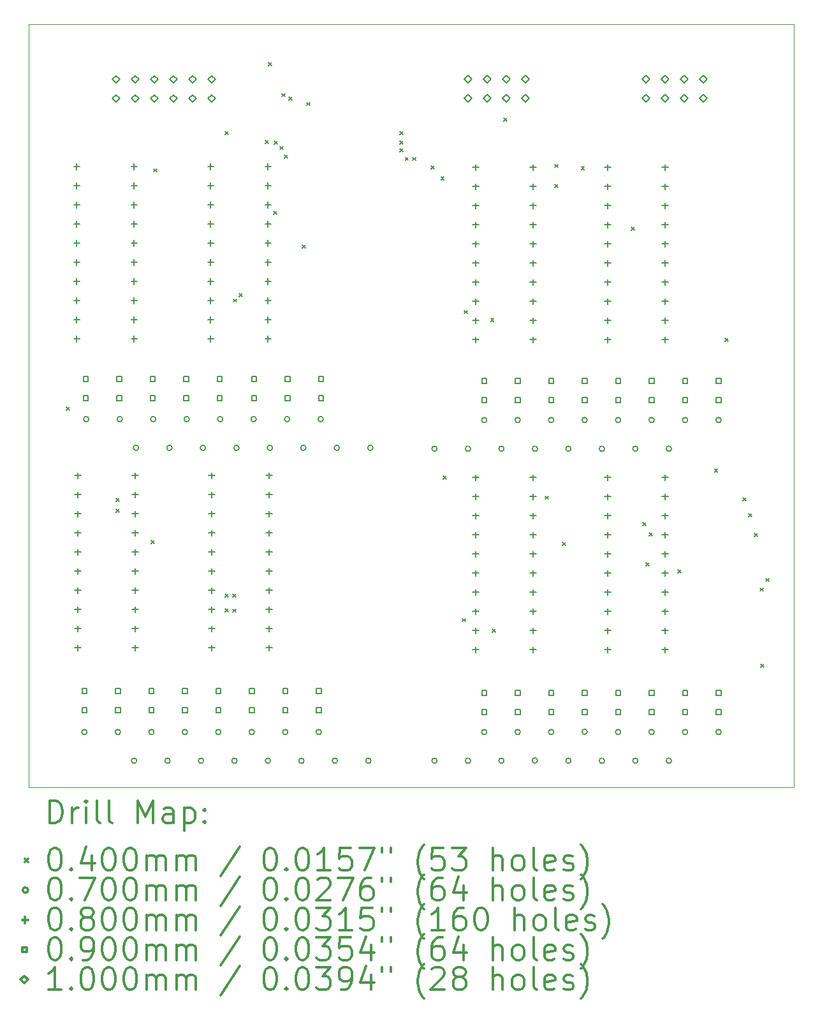
<source format=gbr>
%FSLAX45Y45*%
G04 Gerber Fmt 4.5, Leading zero omitted, Abs format (unit mm)*
G04 Created by KiCad (PCBNEW (5.1.10)-1) date 2023-01-28 17:58:23*
%MOMM*%
%LPD*%
G01*
G04 APERTURE LIST*
%TA.AperFunction,Profile*%
%ADD10C,0.100000*%
%TD*%
%ADD11C,0.200000*%
%ADD12C,0.300000*%
G04 APERTURE END LIST*
D10*
X19640550Y-4362450D02*
X19640550Y-14490700D01*
X9480550Y-4362450D02*
X19640550Y-4362450D01*
X9480550Y-14490700D02*
X9480550Y-4362450D01*
X19640550Y-14490700D02*
X9480550Y-14490700D01*
D11*
X9987600Y-9441500D02*
X10027600Y-9481500D01*
X10027600Y-9441500D02*
X9987600Y-9481500D01*
X10646599Y-10653500D02*
X10686599Y-10693500D01*
X10686599Y-10653500D02*
X10646599Y-10693500D01*
X10646599Y-10798500D02*
X10686599Y-10838500D01*
X10686599Y-10798500D02*
X10646599Y-10838500D01*
X11111550Y-11213150D02*
X11151550Y-11253150D01*
X11151550Y-11213150D02*
X11111550Y-11253150D01*
X11143300Y-6279200D02*
X11183300Y-6319200D01*
X11183300Y-6279200D02*
X11143300Y-6319200D01*
X12094600Y-5784200D02*
X12134600Y-5824200D01*
X12134600Y-5784200D02*
X12094600Y-5824200D01*
X12095800Y-11921700D02*
X12135800Y-11961700D01*
X12135800Y-11921700D02*
X12095800Y-11961700D01*
X12095800Y-12114850D02*
X12135800Y-12154850D01*
X12135800Y-12114850D02*
X12095800Y-12154850D01*
X12195800Y-11921700D02*
X12235800Y-11961700D01*
X12235800Y-11921700D02*
X12195800Y-11961700D01*
X12197400Y-12121200D02*
X12237400Y-12161200D01*
X12237400Y-12121200D02*
X12197400Y-12161200D01*
X12203750Y-8006400D02*
X12243750Y-8046400D01*
X12243750Y-8006400D02*
X12203750Y-8046400D01*
X12278079Y-7933900D02*
X12318079Y-7973900D01*
X12318079Y-7933900D02*
X12278079Y-7973900D01*
X12628000Y-5905049D02*
X12668000Y-5945049D01*
X12668000Y-5905049D02*
X12628000Y-5945049D01*
X12666100Y-4869800D02*
X12706100Y-4909800D01*
X12706100Y-4869800D02*
X12666100Y-4909800D01*
X12737150Y-6844350D02*
X12777150Y-6884350D01*
X12777150Y-6844350D02*
X12737150Y-6884350D01*
X12742300Y-5911200D02*
X12782300Y-5951200D01*
X12782300Y-5911200D02*
X12742300Y-5951200D01*
X12819122Y-5983700D02*
X12859122Y-6023700D01*
X12859122Y-5983700D02*
X12819122Y-6023700D01*
X12843900Y-5281700D02*
X12883900Y-5321700D01*
X12883900Y-5281700D02*
X12843900Y-5321700D01*
X12883200Y-6095050D02*
X12923200Y-6135050D01*
X12923200Y-6095050D02*
X12883200Y-6135050D01*
X12941485Y-5326701D02*
X12981485Y-5366701D01*
X12981485Y-5326701D02*
X12941485Y-5366701D01*
X13116140Y-7293190D02*
X13156140Y-7333190D01*
X13156140Y-7293190D02*
X13116140Y-7333190D01*
X13174100Y-5399201D02*
X13214100Y-5439201D01*
X13214100Y-5399201D02*
X13174100Y-5439201D01*
X14412899Y-5784200D02*
X14452899Y-5824200D01*
X14452899Y-5784200D02*
X14412899Y-5824200D01*
X14412899Y-5911200D02*
X14452899Y-5951200D01*
X14452899Y-5911200D02*
X14412899Y-5951200D01*
X14412899Y-6012800D02*
X14452899Y-6052800D01*
X14452899Y-6012800D02*
X14412899Y-6052800D01*
X14485399Y-6127100D02*
X14525399Y-6167100D01*
X14525399Y-6127100D02*
X14485399Y-6167100D01*
X14585400Y-6127100D02*
X14625400Y-6167100D01*
X14625400Y-6127100D02*
X14585400Y-6167100D01*
X14825100Y-6241400D02*
X14865100Y-6281400D01*
X14865100Y-6241400D02*
X14825100Y-6281400D01*
X14959650Y-6387150D02*
X14999650Y-6427150D01*
X14999650Y-6387150D02*
X14959650Y-6427150D01*
X14987795Y-10355900D02*
X15027795Y-10395900D01*
X15027795Y-10355900D02*
X14987795Y-10395900D01*
X15244235Y-12249365D02*
X15284235Y-12289365D01*
X15284235Y-12249365D02*
X15244235Y-12289365D01*
X15270335Y-8159265D02*
X15310335Y-8199265D01*
X15310335Y-8159265D02*
X15270335Y-8199265D01*
X15620050Y-8266750D02*
X15660050Y-8306750D01*
X15660050Y-8266750D02*
X15620050Y-8306750D01*
X15639100Y-12387900D02*
X15679100Y-12427900D01*
X15679100Y-12387900D02*
X15639100Y-12427900D01*
X15790300Y-5606703D02*
X15830300Y-5646703D01*
X15830300Y-5606703D02*
X15790300Y-5646703D01*
X16343950Y-10622600D02*
X16383950Y-10662600D01*
X16383950Y-10622600D02*
X16343950Y-10662600D01*
X16470950Y-6220098D02*
X16510950Y-6260098D01*
X16510950Y-6220098D02*
X16470950Y-6260098D01*
X16470950Y-6490099D02*
X16510950Y-6530099D01*
X16510950Y-6490099D02*
X16470950Y-6530099D01*
X16572550Y-11238550D02*
X16612550Y-11278550D01*
X16612550Y-11238550D02*
X16572550Y-11278550D01*
X16821610Y-6248860D02*
X16861610Y-6288860D01*
X16861610Y-6248860D02*
X16821610Y-6288860D01*
X17486950Y-7053900D02*
X17526950Y-7093900D01*
X17526950Y-7053900D02*
X17486950Y-7093900D01*
X17639350Y-10971850D02*
X17679350Y-11011850D01*
X17679350Y-10971850D02*
X17639350Y-11011850D01*
X17683800Y-11505250D02*
X17723800Y-11545250D01*
X17723800Y-11505250D02*
X17683800Y-11545250D01*
X17721900Y-11111550D02*
X17761900Y-11151550D01*
X17761900Y-11111550D02*
X17721900Y-11151550D01*
X18102900Y-11600500D02*
X18142900Y-11640500D01*
X18142900Y-11600500D02*
X18102900Y-11640500D01*
X18591850Y-10260650D02*
X18631850Y-10300650D01*
X18631850Y-10260650D02*
X18591850Y-10300650D01*
X18731550Y-8527100D02*
X18771550Y-8567100D01*
X18771550Y-8527100D02*
X18731550Y-8567100D01*
X18966500Y-10641650D02*
X19006500Y-10681650D01*
X19006500Y-10641650D02*
X18966500Y-10681650D01*
X19042700Y-10857550D02*
X19082700Y-10897550D01*
X19082700Y-10857550D02*
X19042700Y-10897550D01*
X19118900Y-11117900D02*
X19158900Y-11157900D01*
X19158900Y-11117900D02*
X19118900Y-11157900D01*
X19195100Y-11841800D02*
X19235100Y-11881800D01*
X19235100Y-11841800D02*
X19195100Y-11881800D01*
X19207800Y-12851450D02*
X19247800Y-12891450D01*
X19247800Y-12851450D02*
X19207800Y-12891450D01*
X19271300Y-11714800D02*
X19311300Y-11754800D01*
X19311300Y-11714800D02*
X19271300Y-11754800D01*
X10258500Y-13754100D02*
G75*
G03*
X10258500Y-13754100I-35000J0D01*
G01*
X10283900Y-9601200D02*
G75*
G03*
X10283900Y-9601200I-35000J0D01*
G01*
X10703000Y-13754100D02*
G75*
G03*
X10703000Y-13754100I-35000J0D01*
G01*
X10728400Y-9601200D02*
G75*
G03*
X10728400Y-9601200I-35000J0D01*
G01*
X10918411Y-14135100D02*
G75*
G03*
X10918411Y-14135100I-35000J0D01*
G01*
X10943811Y-9982200D02*
G75*
G03*
X10943811Y-9982200I-35000J0D01*
G01*
X11147500Y-13754100D02*
G75*
G03*
X11147500Y-13754100I-35000J0D01*
G01*
X11172900Y-9601200D02*
G75*
G03*
X11172900Y-9601200I-35000J0D01*
G01*
X11362911Y-14135100D02*
G75*
G03*
X11362911Y-14135100I-35000J0D01*
G01*
X11388311Y-9982200D02*
G75*
G03*
X11388311Y-9982200I-35000J0D01*
G01*
X11592000Y-13754100D02*
G75*
G03*
X11592000Y-13754100I-35000J0D01*
G01*
X11617400Y-9601200D02*
G75*
G03*
X11617400Y-9601200I-35000J0D01*
G01*
X11807411Y-14135100D02*
G75*
G03*
X11807411Y-14135100I-35000J0D01*
G01*
X11832811Y-9982200D02*
G75*
G03*
X11832811Y-9982200I-35000J0D01*
G01*
X12036500Y-13754100D02*
G75*
G03*
X12036500Y-13754100I-35000J0D01*
G01*
X12061900Y-9601200D02*
G75*
G03*
X12061900Y-9601200I-35000J0D01*
G01*
X12251911Y-14135100D02*
G75*
G03*
X12251911Y-14135100I-35000J0D01*
G01*
X12277311Y-9982200D02*
G75*
G03*
X12277311Y-9982200I-35000J0D01*
G01*
X12481000Y-13754100D02*
G75*
G03*
X12481000Y-13754100I-35000J0D01*
G01*
X12506400Y-9601200D02*
G75*
G03*
X12506400Y-9601200I-35000J0D01*
G01*
X12696411Y-14135100D02*
G75*
G03*
X12696411Y-14135100I-35000J0D01*
G01*
X12721811Y-9982200D02*
G75*
G03*
X12721811Y-9982200I-35000J0D01*
G01*
X12925500Y-13754100D02*
G75*
G03*
X12925500Y-13754100I-35000J0D01*
G01*
X12950900Y-9601200D02*
G75*
G03*
X12950900Y-9601200I-35000J0D01*
G01*
X13140911Y-14135100D02*
G75*
G03*
X13140911Y-14135100I-35000J0D01*
G01*
X13166311Y-9982200D02*
G75*
G03*
X13166311Y-9982200I-35000J0D01*
G01*
X13370000Y-13754100D02*
G75*
G03*
X13370000Y-13754100I-35000J0D01*
G01*
X13395400Y-9601200D02*
G75*
G03*
X13395400Y-9601200I-35000J0D01*
G01*
X13585411Y-14135100D02*
G75*
G03*
X13585411Y-14135100I-35000J0D01*
G01*
X13610811Y-9982200D02*
G75*
G03*
X13610811Y-9982200I-35000J0D01*
G01*
X14029911Y-14135100D02*
G75*
G03*
X14029911Y-14135100I-35000J0D01*
G01*
X14055311Y-9982200D02*
G75*
G03*
X14055311Y-9982200I-35000J0D01*
G01*
X14907189Y-9994900D02*
G75*
G03*
X14907189Y-9994900I-35000J0D01*
G01*
X14907189Y-14135100D02*
G75*
G03*
X14907189Y-14135100I-35000J0D01*
G01*
X15351689Y-9994900D02*
G75*
G03*
X15351689Y-9994900I-35000J0D01*
G01*
X15351689Y-14135100D02*
G75*
G03*
X15351689Y-14135100I-35000J0D01*
G01*
X15567100Y-9613900D02*
G75*
G03*
X15567100Y-9613900I-35000J0D01*
G01*
X15567100Y-13754100D02*
G75*
G03*
X15567100Y-13754100I-35000J0D01*
G01*
X15796189Y-9994900D02*
G75*
G03*
X15796189Y-9994900I-35000J0D01*
G01*
X15796189Y-14135100D02*
G75*
G03*
X15796189Y-14135100I-35000J0D01*
G01*
X16011600Y-9613900D02*
G75*
G03*
X16011600Y-9613900I-35000J0D01*
G01*
X16011600Y-13754100D02*
G75*
G03*
X16011600Y-13754100I-35000J0D01*
G01*
X16240689Y-9994900D02*
G75*
G03*
X16240689Y-9994900I-35000J0D01*
G01*
X16240689Y-14130600D02*
G75*
G03*
X16240689Y-14130600I-35000J0D01*
G01*
X16456100Y-9613900D02*
G75*
G03*
X16456100Y-9613900I-35000J0D01*
G01*
X16456100Y-13754100D02*
G75*
G03*
X16456100Y-13754100I-35000J0D01*
G01*
X16685189Y-9994900D02*
G75*
G03*
X16685189Y-9994900I-35000J0D01*
G01*
X16685189Y-14135100D02*
G75*
G03*
X16685189Y-14135100I-35000J0D01*
G01*
X16900600Y-9613900D02*
G75*
G03*
X16900600Y-9613900I-35000J0D01*
G01*
X16900600Y-13749600D02*
G75*
G03*
X16900600Y-13749600I-35000J0D01*
G01*
X17129689Y-9994900D02*
G75*
G03*
X17129689Y-9994900I-35000J0D01*
G01*
X17129689Y-14135100D02*
G75*
G03*
X17129689Y-14135100I-35000J0D01*
G01*
X17345100Y-9613900D02*
G75*
G03*
X17345100Y-9613900I-35000J0D01*
G01*
X17345100Y-13754100D02*
G75*
G03*
X17345100Y-13754100I-35000J0D01*
G01*
X17574189Y-9994900D02*
G75*
G03*
X17574189Y-9994900I-35000J0D01*
G01*
X17574189Y-14135100D02*
G75*
G03*
X17574189Y-14135100I-35000J0D01*
G01*
X17789600Y-9613900D02*
G75*
G03*
X17789600Y-9613900I-35000J0D01*
G01*
X17789600Y-13754100D02*
G75*
G03*
X17789600Y-13754100I-35000J0D01*
G01*
X18018689Y-9994900D02*
G75*
G03*
X18018689Y-9994900I-35000J0D01*
G01*
X18018689Y-14135100D02*
G75*
G03*
X18018689Y-14135100I-35000J0D01*
G01*
X18234100Y-9613900D02*
G75*
G03*
X18234100Y-9613900I-35000J0D01*
G01*
X18234100Y-13754100D02*
G75*
G03*
X18234100Y-13754100I-35000J0D01*
G01*
X18678600Y-9613900D02*
G75*
G03*
X18678600Y-9613900I-35000J0D01*
G01*
X18678600Y-13754100D02*
G75*
G03*
X18678600Y-13754100I-35000J0D01*
G01*
X10121900Y-6208400D02*
X10121900Y-6288400D01*
X10081900Y-6248400D02*
X10161900Y-6248400D01*
X10121900Y-6462400D02*
X10121900Y-6542400D01*
X10081900Y-6502400D02*
X10161900Y-6502400D01*
X10121900Y-6716400D02*
X10121900Y-6796400D01*
X10081900Y-6756400D02*
X10161900Y-6756400D01*
X10121900Y-6970400D02*
X10121900Y-7050400D01*
X10081900Y-7010400D02*
X10161900Y-7010400D01*
X10121900Y-7224400D02*
X10121900Y-7304400D01*
X10081900Y-7264400D02*
X10161900Y-7264400D01*
X10121900Y-7478400D02*
X10121900Y-7558400D01*
X10081900Y-7518400D02*
X10161900Y-7518400D01*
X10121900Y-7732400D02*
X10121900Y-7812400D01*
X10081900Y-7772400D02*
X10161900Y-7772400D01*
X10121900Y-7986400D02*
X10121900Y-8066400D01*
X10081900Y-8026400D02*
X10161900Y-8026400D01*
X10121900Y-8240400D02*
X10121900Y-8320400D01*
X10081900Y-8280400D02*
X10161900Y-8280400D01*
X10121900Y-8494400D02*
X10121900Y-8574400D01*
X10081900Y-8534400D02*
X10161900Y-8534400D01*
X10134600Y-10310500D02*
X10134600Y-10390500D01*
X10094600Y-10350500D02*
X10174600Y-10350500D01*
X10134600Y-10564500D02*
X10134600Y-10644500D01*
X10094600Y-10604500D02*
X10174600Y-10604500D01*
X10134600Y-10818500D02*
X10134600Y-10898500D01*
X10094600Y-10858500D02*
X10174600Y-10858500D01*
X10134600Y-11072500D02*
X10134600Y-11152500D01*
X10094600Y-11112500D02*
X10174600Y-11112500D01*
X10134600Y-11326500D02*
X10134600Y-11406500D01*
X10094600Y-11366500D02*
X10174600Y-11366500D01*
X10134600Y-11580500D02*
X10134600Y-11660500D01*
X10094600Y-11620500D02*
X10174600Y-11620500D01*
X10134600Y-11834500D02*
X10134600Y-11914500D01*
X10094600Y-11874500D02*
X10174600Y-11874500D01*
X10134600Y-12088500D02*
X10134600Y-12168500D01*
X10094600Y-12128500D02*
X10174600Y-12128500D01*
X10134600Y-12342500D02*
X10134600Y-12422500D01*
X10094600Y-12382500D02*
X10174600Y-12382500D01*
X10134600Y-12596500D02*
X10134600Y-12676500D01*
X10094600Y-12636500D02*
X10174600Y-12636500D01*
X10883900Y-6208400D02*
X10883900Y-6288400D01*
X10843900Y-6248400D02*
X10923900Y-6248400D01*
X10883900Y-6462400D02*
X10883900Y-6542400D01*
X10843900Y-6502400D02*
X10923900Y-6502400D01*
X10883900Y-6716400D02*
X10883900Y-6796400D01*
X10843900Y-6756400D02*
X10923900Y-6756400D01*
X10883900Y-6970400D02*
X10883900Y-7050400D01*
X10843900Y-7010400D02*
X10923900Y-7010400D01*
X10883900Y-7224400D02*
X10883900Y-7304400D01*
X10843900Y-7264400D02*
X10923900Y-7264400D01*
X10883900Y-7478400D02*
X10883900Y-7558400D01*
X10843900Y-7518400D02*
X10923900Y-7518400D01*
X10883900Y-7732400D02*
X10883900Y-7812400D01*
X10843900Y-7772400D02*
X10923900Y-7772400D01*
X10883900Y-7986400D02*
X10883900Y-8066400D01*
X10843900Y-8026400D02*
X10923900Y-8026400D01*
X10883900Y-8240400D02*
X10883900Y-8320400D01*
X10843900Y-8280400D02*
X10923900Y-8280400D01*
X10883900Y-8494400D02*
X10883900Y-8574400D01*
X10843900Y-8534400D02*
X10923900Y-8534400D01*
X10896600Y-10310500D02*
X10896600Y-10390500D01*
X10856600Y-10350500D02*
X10936600Y-10350500D01*
X10896600Y-10564500D02*
X10896600Y-10644500D01*
X10856600Y-10604500D02*
X10936600Y-10604500D01*
X10896600Y-10818500D02*
X10896600Y-10898500D01*
X10856600Y-10858500D02*
X10936600Y-10858500D01*
X10896600Y-11072500D02*
X10896600Y-11152500D01*
X10856600Y-11112500D02*
X10936600Y-11112500D01*
X10896600Y-11326500D02*
X10896600Y-11406500D01*
X10856600Y-11366500D02*
X10936600Y-11366500D01*
X10896600Y-11580500D02*
X10896600Y-11660500D01*
X10856600Y-11620500D02*
X10936600Y-11620500D01*
X10896600Y-11834500D02*
X10896600Y-11914500D01*
X10856600Y-11874500D02*
X10936600Y-11874500D01*
X10896600Y-12088500D02*
X10896600Y-12168500D01*
X10856600Y-12128500D02*
X10936600Y-12128500D01*
X10896600Y-12342500D02*
X10896600Y-12422500D01*
X10856600Y-12382500D02*
X10936600Y-12382500D01*
X10896600Y-12596500D02*
X10896600Y-12676500D01*
X10856600Y-12636500D02*
X10936600Y-12636500D01*
X11899900Y-6208400D02*
X11899900Y-6288400D01*
X11859900Y-6248400D02*
X11939900Y-6248400D01*
X11899900Y-6462400D02*
X11899900Y-6542400D01*
X11859900Y-6502400D02*
X11939900Y-6502400D01*
X11899900Y-6716400D02*
X11899900Y-6796400D01*
X11859900Y-6756400D02*
X11939900Y-6756400D01*
X11899900Y-6970400D02*
X11899900Y-7050400D01*
X11859900Y-7010400D02*
X11939900Y-7010400D01*
X11899900Y-7224400D02*
X11899900Y-7304400D01*
X11859900Y-7264400D02*
X11939900Y-7264400D01*
X11899900Y-7478400D02*
X11899900Y-7558400D01*
X11859900Y-7518400D02*
X11939900Y-7518400D01*
X11899900Y-7732400D02*
X11899900Y-7812400D01*
X11859900Y-7772400D02*
X11939900Y-7772400D01*
X11899900Y-7986400D02*
X11899900Y-8066400D01*
X11859900Y-8026400D02*
X11939900Y-8026400D01*
X11899900Y-8240400D02*
X11899900Y-8320400D01*
X11859900Y-8280400D02*
X11939900Y-8280400D01*
X11899900Y-8494400D02*
X11899900Y-8574400D01*
X11859900Y-8534400D02*
X11939900Y-8534400D01*
X11912600Y-10310500D02*
X11912600Y-10390500D01*
X11872600Y-10350500D02*
X11952600Y-10350500D01*
X11912600Y-10564500D02*
X11912600Y-10644500D01*
X11872600Y-10604500D02*
X11952600Y-10604500D01*
X11912600Y-10818500D02*
X11912600Y-10898500D01*
X11872600Y-10858500D02*
X11952600Y-10858500D01*
X11912600Y-11072500D02*
X11912600Y-11152500D01*
X11872600Y-11112500D02*
X11952600Y-11112500D01*
X11912600Y-11326500D02*
X11912600Y-11406500D01*
X11872600Y-11366500D02*
X11952600Y-11366500D01*
X11912600Y-11580500D02*
X11912600Y-11660500D01*
X11872600Y-11620500D02*
X11952600Y-11620500D01*
X11912600Y-11834500D02*
X11912600Y-11914500D01*
X11872600Y-11874500D02*
X11952600Y-11874500D01*
X11912600Y-12088500D02*
X11912600Y-12168500D01*
X11872600Y-12128500D02*
X11952600Y-12128500D01*
X11912600Y-12342500D02*
X11912600Y-12422500D01*
X11872600Y-12382500D02*
X11952600Y-12382500D01*
X11912600Y-12596500D02*
X11912600Y-12676500D01*
X11872600Y-12636500D02*
X11952600Y-12636500D01*
X12661900Y-6208400D02*
X12661900Y-6288400D01*
X12621900Y-6248400D02*
X12701900Y-6248400D01*
X12661900Y-6462400D02*
X12661900Y-6542400D01*
X12621900Y-6502400D02*
X12701900Y-6502400D01*
X12661900Y-6716400D02*
X12661900Y-6796400D01*
X12621900Y-6756400D02*
X12701900Y-6756400D01*
X12661900Y-6970400D02*
X12661900Y-7050400D01*
X12621900Y-7010400D02*
X12701900Y-7010400D01*
X12661900Y-7224400D02*
X12661900Y-7304400D01*
X12621900Y-7264400D02*
X12701900Y-7264400D01*
X12661900Y-7478400D02*
X12661900Y-7558400D01*
X12621900Y-7518400D02*
X12701900Y-7518400D01*
X12661900Y-7732400D02*
X12661900Y-7812400D01*
X12621900Y-7772400D02*
X12701900Y-7772400D01*
X12661900Y-7986400D02*
X12661900Y-8066400D01*
X12621900Y-8026400D02*
X12701900Y-8026400D01*
X12661900Y-8240400D02*
X12661900Y-8320400D01*
X12621900Y-8280400D02*
X12701900Y-8280400D01*
X12661900Y-8494400D02*
X12661900Y-8574400D01*
X12621900Y-8534400D02*
X12701900Y-8534400D01*
X12674600Y-10310500D02*
X12674600Y-10390500D01*
X12634600Y-10350500D02*
X12714600Y-10350500D01*
X12674600Y-10564500D02*
X12674600Y-10644500D01*
X12634600Y-10604500D02*
X12714600Y-10604500D01*
X12674600Y-10818500D02*
X12674600Y-10898500D01*
X12634600Y-10858500D02*
X12714600Y-10858500D01*
X12674600Y-11072500D02*
X12674600Y-11152500D01*
X12634600Y-11112500D02*
X12714600Y-11112500D01*
X12674600Y-11326500D02*
X12674600Y-11406500D01*
X12634600Y-11366500D02*
X12714600Y-11366500D01*
X12674600Y-11580500D02*
X12674600Y-11660500D01*
X12634600Y-11620500D02*
X12714600Y-11620500D01*
X12674600Y-11834500D02*
X12674600Y-11914500D01*
X12634600Y-11874500D02*
X12714600Y-11874500D01*
X12674600Y-12088500D02*
X12674600Y-12168500D01*
X12634600Y-12128500D02*
X12714600Y-12128500D01*
X12674600Y-12342500D02*
X12674600Y-12422500D01*
X12634600Y-12382500D02*
X12714600Y-12382500D01*
X12674600Y-12596500D02*
X12674600Y-12676500D01*
X12634600Y-12636500D02*
X12714600Y-12636500D01*
X15417800Y-6221100D02*
X15417800Y-6301100D01*
X15377800Y-6261100D02*
X15457800Y-6261100D01*
X15417800Y-6475100D02*
X15417800Y-6555100D01*
X15377800Y-6515100D02*
X15457800Y-6515100D01*
X15417800Y-6729100D02*
X15417800Y-6809100D01*
X15377800Y-6769100D02*
X15457800Y-6769100D01*
X15417800Y-6983100D02*
X15417800Y-7063100D01*
X15377800Y-7023100D02*
X15457800Y-7023100D01*
X15417800Y-7237100D02*
X15417800Y-7317100D01*
X15377800Y-7277100D02*
X15457800Y-7277100D01*
X15417800Y-7491100D02*
X15417800Y-7571100D01*
X15377800Y-7531100D02*
X15457800Y-7531100D01*
X15417800Y-7745100D02*
X15417800Y-7825100D01*
X15377800Y-7785100D02*
X15457800Y-7785100D01*
X15417800Y-7999100D02*
X15417800Y-8079100D01*
X15377800Y-8039100D02*
X15457800Y-8039100D01*
X15417800Y-8253100D02*
X15417800Y-8333100D01*
X15377800Y-8293100D02*
X15457800Y-8293100D01*
X15417800Y-8507100D02*
X15417800Y-8587100D01*
X15377800Y-8547100D02*
X15457800Y-8547100D01*
X15417800Y-10335900D02*
X15417800Y-10415900D01*
X15377800Y-10375900D02*
X15457800Y-10375900D01*
X15417800Y-10589900D02*
X15417800Y-10669900D01*
X15377800Y-10629900D02*
X15457800Y-10629900D01*
X15417800Y-10843900D02*
X15417800Y-10923900D01*
X15377800Y-10883900D02*
X15457800Y-10883900D01*
X15417800Y-11097900D02*
X15417800Y-11177900D01*
X15377800Y-11137900D02*
X15457800Y-11137900D01*
X15417800Y-11351900D02*
X15417800Y-11431900D01*
X15377800Y-11391900D02*
X15457800Y-11391900D01*
X15417800Y-11605900D02*
X15417800Y-11685900D01*
X15377800Y-11645900D02*
X15457800Y-11645900D01*
X15417800Y-11859900D02*
X15417800Y-11939900D01*
X15377800Y-11899900D02*
X15457800Y-11899900D01*
X15417800Y-12113900D02*
X15417800Y-12193900D01*
X15377800Y-12153900D02*
X15457800Y-12153900D01*
X15417800Y-12367900D02*
X15417800Y-12447900D01*
X15377800Y-12407900D02*
X15457800Y-12407900D01*
X15417800Y-12621900D02*
X15417800Y-12701900D01*
X15377800Y-12661900D02*
X15457800Y-12661900D01*
X16179800Y-6221100D02*
X16179800Y-6301100D01*
X16139800Y-6261100D02*
X16219800Y-6261100D01*
X16179800Y-6475100D02*
X16179800Y-6555100D01*
X16139800Y-6515100D02*
X16219800Y-6515100D01*
X16179800Y-6729100D02*
X16179800Y-6809100D01*
X16139800Y-6769100D02*
X16219800Y-6769100D01*
X16179800Y-6983100D02*
X16179800Y-7063100D01*
X16139800Y-7023100D02*
X16219800Y-7023100D01*
X16179800Y-7237100D02*
X16179800Y-7317100D01*
X16139800Y-7277100D02*
X16219800Y-7277100D01*
X16179800Y-7491100D02*
X16179800Y-7571100D01*
X16139800Y-7531100D02*
X16219800Y-7531100D01*
X16179800Y-7745100D02*
X16179800Y-7825100D01*
X16139800Y-7785100D02*
X16219800Y-7785100D01*
X16179800Y-7999100D02*
X16179800Y-8079100D01*
X16139800Y-8039100D02*
X16219800Y-8039100D01*
X16179800Y-8253100D02*
X16179800Y-8333100D01*
X16139800Y-8293100D02*
X16219800Y-8293100D01*
X16179800Y-8507100D02*
X16179800Y-8587100D01*
X16139800Y-8547100D02*
X16219800Y-8547100D01*
X16179800Y-10335900D02*
X16179800Y-10415900D01*
X16139800Y-10375900D02*
X16219800Y-10375900D01*
X16179800Y-10589900D02*
X16179800Y-10669900D01*
X16139800Y-10629900D02*
X16219800Y-10629900D01*
X16179800Y-10843900D02*
X16179800Y-10923900D01*
X16139800Y-10883900D02*
X16219800Y-10883900D01*
X16179800Y-11097900D02*
X16179800Y-11177900D01*
X16139800Y-11137900D02*
X16219800Y-11137900D01*
X16179800Y-11351900D02*
X16179800Y-11431900D01*
X16139800Y-11391900D02*
X16219800Y-11391900D01*
X16179800Y-11605900D02*
X16179800Y-11685900D01*
X16139800Y-11645900D02*
X16219800Y-11645900D01*
X16179800Y-11859900D02*
X16179800Y-11939900D01*
X16139800Y-11899900D02*
X16219800Y-11899900D01*
X16179800Y-12113900D02*
X16179800Y-12193900D01*
X16139800Y-12153900D02*
X16219800Y-12153900D01*
X16179800Y-12367900D02*
X16179800Y-12447900D01*
X16139800Y-12407900D02*
X16219800Y-12407900D01*
X16179800Y-12621900D02*
X16179800Y-12701900D01*
X16139800Y-12661900D02*
X16219800Y-12661900D01*
X17170400Y-6221100D02*
X17170400Y-6301100D01*
X17130400Y-6261100D02*
X17210400Y-6261100D01*
X17170400Y-6475100D02*
X17170400Y-6555100D01*
X17130400Y-6515100D02*
X17210400Y-6515100D01*
X17170400Y-6729100D02*
X17170400Y-6809100D01*
X17130400Y-6769100D02*
X17210400Y-6769100D01*
X17170400Y-6983100D02*
X17170400Y-7063100D01*
X17130400Y-7023100D02*
X17210400Y-7023100D01*
X17170400Y-7237100D02*
X17170400Y-7317100D01*
X17130400Y-7277100D02*
X17210400Y-7277100D01*
X17170400Y-7491100D02*
X17170400Y-7571100D01*
X17130400Y-7531100D02*
X17210400Y-7531100D01*
X17170400Y-7745100D02*
X17170400Y-7825100D01*
X17130400Y-7785100D02*
X17210400Y-7785100D01*
X17170400Y-7999100D02*
X17170400Y-8079100D01*
X17130400Y-8039100D02*
X17210400Y-8039100D01*
X17170400Y-8253100D02*
X17170400Y-8333100D01*
X17130400Y-8293100D02*
X17210400Y-8293100D01*
X17170400Y-8507100D02*
X17170400Y-8587100D01*
X17130400Y-8547100D02*
X17210400Y-8547100D01*
X17170400Y-10335900D02*
X17170400Y-10415900D01*
X17130400Y-10375900D02*
X17210400Y-10375900D01*
X17170400Y-10589900D02*
X17170400Y-10669900D01*
X17130400Y-10629900D02*
X17210400Y-10629900D01*
X17170400Y-10843900D02*
X17170400Y-10923900D01*
X17130400Y-10883900D02*
X17210400Y-10883900D01*
X17170400Y-11097900D02*
X17170400Y-11177900D01*
X17130400Y-11137900D02*
X17210400Y-11137900D01*
X17170400Y-11351900D02*
X17170400Y-11431900D01*
X17130400Y-11391900D02*
X17210400Y-11391900D01*
X17170400Y-11605900D02*
X17170400Y-11685900D01*
X17130400Y-11645900D02*
X17210400Y-11645900D01*
X17170400Y-11859900D02*
X17170400Y-11939900D01*
X17130400Y-11899900D02*
X17210400Y-11899900D01*
X17170400Y-12113900D02*
X17170400Y-12193900D01*
X17130400Y-12153900D02*
X17210400Y-12153900D01*
X17170400Y-12367900D02*
X17170400Y-12447900D01*
X17130400Y-12407900D02*
X17210400Y-12407900D01*
X17170400Y-12621900D02*
X17170400Y-12701900D01*
X17130400Y-12661900D02*
X17210400Y-12661900D01*
X17932400Y-6221100D02*
X17932400Y-6301100D01*
X17892400Y-6261100D02*
X17972400Y-6261100D01*
X17932400Y-6475100D02*
X17932400Y-6555100D01*
X17892400Y-6515100D02*
X17972400Y-6515100D01*
X17932400Y-6729100D02*
X17932400Y-6809100D01*
X17892400Y-6769100D02*
X17972400Y-6769100D01*
X17932400Y-6983100D02*
X17932400Y-7063100D01*
X17892400Y-7023100D02*
X17972400Y-7023100D01*
X17932400Y-7237100D02*
X17932400Y-7317100D01*
X17892400Y-7277100D02*
X17972400Y-7277100D01*
X17932400Y-7491100D02*
X17932400Y-7571100D01*
X17892400Y-7531100D02*
X17972400Y-7531100D01*
X17932400Y-7745100D02*
X17932400Y-7825100D01*
X17892400Y-7785100D02*
X17972400Y-7785100D01*
X17932400Y-7999100D02*
X17932400Y-8079100D01*
X17892400Y-8039100D02*
X17972400Y-8039100D01*
X17932400Y-8253100D02*
X17932400Y-8333100D01*
X17892400Y-8293100D02*
X17972400Y-8293100D01*
X17932400Y-8507100D02*
X17932400Y-8587100D01*
X17892400Y-8547100D02*
X17972400Y-8547100D01*
X17932400Y-10335900D02*
X17932400Y-10415900D01*
X17892400Y-10375900D02*
X17972400Y-10375900D01*
X17932400Y-10589900D02*
X17932400Y-10669900D01*
X17892400Y-10629900D02*
X17972400Y-10629900D01*
X17932400Y-10843900D02*
X17932400Y-10923900D01*
X17892400Y-10883900D02*
X17972400Y-10883900D01*
X17932400Y-11097900D02*
X17932400Y-11177900D01*
X17892400Y-11137900D02*
X17972400Y-11137900D01*
X17932400Y-11351900D02*
X17932400Y-11431900D01*
X17892400Y-11391900D02*
X17972400Y-11391900D01*
X17932400Y-11605900D02*
X17932400Y-11685900D01*
X17892400Y-11645900D02*
X17972400Y-11645900D01*
X17932400Y-11859900D02*
X17932400Y-11939900D01*
X17892400Y-11899900D02*
X17972400Y-11899900D01*
X17932400Y-12113900D02*
X17932400Y-12193900D01*
X17892400Y-12153900D02*
X17972400Y-12153900D01*
X17932400Y-12367900D02*
X17932400Y-12447900D01*
X17892400Y-12407900D02*
X17972400Y-12407900D01*
X17932400Y-12621900D02*
X17932400Y-12701900D01*
X17892400Y-12661900D02*
X17972400Y-12661900D01*
X10255320Y-13239820D02*
X10255320Y-13176180D01*
X10191680Y-13176180D01*
X10191680Y-13239820D01*
X10255320Y-13239820D01*
X10255320Y-13493820D02*
X10255320Y-13430180D01*
X10191680Y-13430180D01*
X10191680Y-13493820D01*
X10255320Y-13493820D01*
X10274370Y-9099620D02*
X10274370Y-9035980D01*
X10210730Y-9035980D01*
X10210730Y-9099620D01*
X10274370Y-9099620D01*
X10274370Y-9353620D02*
X10274370Y-9289980D01*
X10210730Y-9289980D01*
X10210730Y-9353620D01*
X10274370Y-9353620D01*
X10699820Y-13239820D02*
X10699820Y-13176180D01*
X10636180Y-13176180D01*
X10636180Y-13239820D01*
X10699820Y-13239820D01*
X10699820Y-13493820D02*
X10699820Y-13430180D01*
X10636180Y-13430180D01*
X10636180Y-13493820D01*
X10699820Y-13493820D01*
X10718870Y-9099620D02*
X10718870Y-9035980D01*
X10655230Y-9035980D01*
X10655230Y-9099620D01*
X10718870Y-9099620D01*
X10718870Y-9353620D02*
X10718870Y-9289980D01*
X10655230Y-9289980D01*
X10655230Y-9353620D01*
X10718870Y-9353620D01*
X11144320Y-13239820D02*
X11144320Y-13176180D01*
X11080680Y-13176180D01*
X11080680Y-13239820D01*
X11144320Y-13239820D01*
X11144320Y-13493820D02*
X11144320Y-13430180D01*
X11080680Y-13430180D01*
X11080680Y-13493820D01*
X11144320Y-13493820D01*
X11163370Y-9099620D02*
X11163370Y-9035980D01*
X11099730Y-9035980D01*
X11099730Y-9099620D01*
X11163370Y-9099620D01*
X11163370Y-9353620D02*
X11163370Y-9289980D01*
X11099730Y-9289980D01*
X11099730Y-9353620D01*
X11163370Y-9353620D01*
X11588820Y-13239820D02*
X11588820Y-13176180D01*
X11525180Y-13176180D01*
X11525180Y-13239820D01*
X11588820Y-13239820D01*
X11588820Y-13493820D02*
X11588820Y-13430180D01*
X11525180Y-13430180D01*
X11525180Y-13493820D01*
X11588820Y-13493820D01*
X11607870Y-9099620D02*
X11607870Y-9035980D01*
X11544230Y-9035980D01*
X11544230Y-9099620D01*
X11607870Y-9099620D01*
X11607870Y-9353620D02*
X11607870Y-9289980D01*
X11544230Y-9289980D01*
X11544230Y-9353620D01*
X11607870Y-9353620D01*
X12033320Y-13239820D02*
X12033320Y-13176180D01*
X11969680Y-13176180D01*
X11969680Y-13239820D01*
X12033320Y-13239820D01*
X12033320Y-13493820D02*
X12033320Y-13430180D01*
X11969680Y-13430180D01*
X11969680Y-13493820D01*
X12033320Y-13493820D01*
X12052370Y-9099620D02*
X12052370Y-9035980D01*
X11988730Y-9035980D01*
X11988730Y-9099620D01*
X12052370Y-9099620D01*
X12052370Y-9353620D02*
X12052370Y-9289980D01*
X11988730Y-9289980D01*
X11988730Y-9353620D01*
X12052370Y-9353620D01*
X12477820Y-13239820D02*
X12477820Y-13176180D01*
X12414180Y-13176180D01*
X12414180Y-13239820D01*
X12477820Y-13239820D01*
X12477820Y-13493820D02*
X12477820Y-13430180D01*
X12414180Y-13430180D01*
X12414180Y-13493820D01*
X12477820Y-13493820D01*
X12509570Y-9099620D02*
X12509570Y-9035980D01*
X12445930Y-9035980D01*
X12445930Y-9099620D01*
X12509570Y-9099620D01*
X12509570Y-9353620D02*
X12509570Y-9289980D01*
X12445930Y-9289980D01*
X12445930Y-9353620D01*
X12509570Y-9353620D01*
X12922320Y-13239820D02*
X12922320Y-13176180D01*
X12858680Y-13176180D01*
X12858680Y-13239820D01*
X12922320Y-13239820D01*
X12922320Y-13493820D02*
X12922320Y-13430180D01*
X12858680Y-13430180D01*
X12858680Y-13493820D01*
X12922320Y-13493820D01*
X12954070Y-9099620D02*
X12954070Y-9035980D01*
X12890430Y-9035980D01*
X12890430Y-9099620D01*
X12954070Y-9099620D01*
X12954070Y-9353620D02*
X12954070Y-9289980D01*
X12890430Y-9289980D01*
X12890430Y-9353620D01*
X12954070Y-9353620D01*
X13366820Y-13239820D02*
X13366820Y-13176180D01*
X13303180Y-13176180D01*
X13303180Y-13239820D01*
X13366820Y-13239820D01*
X13366820Y-13493820D02*
X13366820Y-13430180D01*
X13303180Y-13430180D01*
X13303180Y-13493820D01*
X13366820Y-13493820D01*
X13398570Y-9099620D02*
X13398570Y-9035980D01*
X13334930Y-9035980D01*
X13334930Y-9099620D01*
X13398570Y-9099620D01*
X13398570Y-9353620D02*
X13398570Y-9289980D01*
X13334930Y-9289980D01*
X13334930Y-9353620D01*
X13398570Y-9353620D01*
X15563920Y-9125020D02*
X15563920Y-9061380D01*
X15500280Y-9061380D01*
X15500280Y-9125020D01*
X15563920Y-9125020D01*
X15563920Y-9379020D02*
X15563920Y-9315380D01*
X15500280Y-9315380D01*
X15500280Y-9379020D01*
X15563920Y-9379020D01*
X15563920Y-13265220D02*
X15563920Y-13201580D01*
X15500280Y-13201580D01*
X15500280Y-13265220D01*
X15563920Y-13265220D01*
X15563920Y-13519220D02*
X15563920Y-13455580D01*
X15500280Y-13455580D01*
X15500280Y-13519220D01*
X15563920Y-13519220D01*
X16008420Y-9125020D02*
X16008420Y-9061380D01*
X15944780Y-9061380D01*
X15944780Y-9125020D01*
X16008420Y-9125020D01*
X16008420Y-9379020D02*
X16008420Y-9315380D01*
X15944780Y-9315380D01*
X15944780Y-9379020D01*
X16008420Y-9379020D01*
X16008420Y-13265220D02*
X16008420Y-13201580D01*
X15944780Y-13201580D01*
X15944780Y-13265220D01*
X16008420Y-13265220D01*
X16008420Y-13519220D02*
X16008420Y-13455580D01*
X15944780Y-13455580D01*
X15944780Y-13519220D01*
X16008420Y-13519220D01*
X16452920Y-9125020D02*
X16452920Y-9061380D01*
X16389280Y-9061380D01*
X16389280Y-9125020D01*
X16452920Y-9125020D01*
X16452920Y-9379020D02*
X16452920Y-9315380D01*
X16389280Y-9315380D01*
X16389280Y-9379020D01*
X16452920Y-9379020D01*
X16452920Y-13265220D02*
X16452920Y-13201580D01*
X16389280Y-13201580D01*
X16389280Y-13265220D01*
X16452920Y-13265220D01*
X16452920Y-13519220D02*
X16452920Y-13455580D01*
X16389280Y-13455580D01*
X16389280Y-13519220D01*
X16452920Y-13519220D01*
X16897420Y-9125020D02*
X16897420Y-9061380D01*
X16833780Y-9061380D01*
X16833780Y-9125020D01*
X16897420Y-9125020D01*
X16897420Y-9379020D02*
X16897420Y-9315380D01*
X16833780Y-9315380D01*
X16833780Y-9379020D01*
X16897420Y-9379020D01*
X16897420Y-13265220D02*
X16897420Y-13201580D01*
X16833780Y-13201580D01*
X16833780Y-13265220D01*
X16897420Y-13265220D01*
X16897420Y-13519220D02*
X16897420Y-13455580D01*
X16833780Y-13455580D01*
X16833780Y-13519220D01*
X16897420Y-13519220D01*
X17341920Y-9125020D02*
X17341920Y-9061380D01*
X17278280Y-9061380D01*
X17278280Y-9125020D01*
X17341920Y-9125020D01*
X17341920Y-9379020D02*
X17341920Y-9315380D01*
X17278280Y-9315380D01*
X17278280Y-9379020D01*
X17341920Y-9379020D01*
X17341920Y-13265220D02*
X17341920Y-13201580D01*
X17278280Y-13201580D01*
X17278280Y-13265220D01*
X17341920Y-13265220D01*
X17341920Y-13519220D02*
X17341920Y-13455580D01*
X17278280Y-13455580D01*
X17278280Y-13519220D01*
X17341920Y-13519220D01*
X17786420Y-9125020D02*
X17786420Y-9061380D01*
X17722780Y-9061380D01*
X17722780Y-9125020D01*
X17786420Y-9125020D01*
X17786420Y-9379020D02*
X17786420Y-9315380D01*
X17722780Y-9315380D01*
X17722780Y-9379020D01*
X17786420Y-9379020D01*
X17786420Y-13265220D02*
X17786420Y-13201580D01*
X17722780Y-13201580D01*
X17722780Y-13265220D01*
X17786420Y-13265220D01*
X17786420Y-13519220D02*
X17786420Y-13455580D01*
X17722780Y-13455580D01*
X17722780Y-13519220D01*
X17786420Y-13519220D01*
X18230920Y-9125020D02*
X18230920Y-9061380D01*
X18167280Y-9061380D01*
X18167280Y-9125020D01*
X18230920Y-9125020D01*
X18230920Y-9379020D02*
X18230920Y-9315380D01*
X18167280Y-9315380D01*
X18167280Y-9379020D01*
X18230920Y-9379020D01*
X18230920Y-13265220D02*
X18230920Y-13201580D01*
X18167280Y-13201580D01*
X18167280Y-13265220D01*
X18230920Y-13265220D01*
X18230920Y-13519220D02*
X18230920Y-13455580D01*
X18167280Y-13455580D01*
X18167280Y-13519220D01*
X18230920Y-13519220D01*
X18675420Y-9125020D02*
X18675420Y-9061380D01*
X18611780Y-9061380D01*
X18611780Y-9125020D01*
X18675420Y-9125020D01*
X18675420Y-9379020D02*
X18675420Y-9315380D01*
X18611780Y-9315380D01*
X18611780Y-9379020D01*
X18675420Y-9379020D01*
X18675420Y-13265220D02*
X18675420Y-13201580D01*
X18611780Y-13201580D01*
X18611780Y-13265220D01*
X18675420Y-13265220D01*
X18675420Y-13519220D02*
X18675420Y-13455580D01*
X18611780Y-13455580D01*
X18611780Y-13519220D01*
X18675420Y-13519220D01*
X10641400Y-5143000D02*
X10691400Y-5093000D01*
X10641400Y-5043000D01*
X10591400Y-5093000D01*
X10641400Y-5143000D01*
X10641400Y-5397000D02*
X10691400Y-5347000D01*
X10641400Y-5297000D01*
X10591400Y-5347000D01*
X10641400Y-5397000D01*
X10895400Y-5143000D02*
X10945400Y-5093000D01*
X10895400Y-5043000D01*
X10845400Y-5093000D01*
X10895400Y-5143000D01*
X10895400Y-5397000D02*
X10945400Y-5347000D01*
X10895400Y-5297000D01*
X10845400Y-5347000D01*
X10895400Y-5397000D01*
X11149400Y-5143000D02*
X11199400Y-5093000D01*
X11149400Y-5043000D01*
X11099400Y-5093000D01*
X11149400Y-5143000D01*
X11149400Y-5397000D02*
X11199400Y-5347000D01*
X11149400Y-5297000D01*
X11099400Y-5347000D01*
X11149400Y-5397000D01*
X11403400Y-5143000D02*
X11453400Y-5093000D01*
X11403400Y-5043000D01*
X11353400Y-5093000D01*
X11403400Y-5143000D01*
X11403400Y-5397000D02*
X11453400Y-5347000D01*
X11403400Y-5297000D01*
X11353400Y-5347000D01*
X11403400Y-5397000D01*
X11657400Y-5143000D02*
X11707400Y-5093000D01*
X11657400Y-5043000D01*
X11607400Y-5093000D01*
X11657400Y-5143000D01*
X11657400Y-5397000D02*
X11707400Y-5347000D01*
X11657400Y-5297000D01*
X11607400Y-5347000D01*
X11657400Y-5397000D01*
X11911400Y-5143000D02*
X11961400Y-5093000D01*
X11911400Y-5043000D01*
X11861400Y-5093000D01*
X11911400Y-5143000D01*
X11911400Y-5397000D02*
X11961400Y-5347000D01*
X11911400Y-5297000D01*
X11861400Y-5347000D01*
X11911400Y-5397000D01*
X15315000Y-5142700D02*
X15365000Y-5092700D01*
X15315000Y-5042700D01*
X15265000Y-5092700D01*
X15315000Y-5142700D01*
X15315000Y-5396700D02*
X15365000Y-5346700D01*
X15315000Y-5296700D01*
X15265000Y-5346700D01*
X15315000Y-5396700D01*
X15569000Y-5142700D02*
X15619000Y-5092700D01*
X15569000Y-5042700D01*
X15519000Y-5092700D01*
X15569000Y-5142700D01*
X15569000Y-5396700D02*
X15619000Y-5346700D01*
X15569000Y-5296700D01*
X15519000Y-5346700D01*
X15569000Y-5396700D01*
X15823000Y-5142700D02*
X15873000Y-5092700D01*
X15823000Y-5042700D01*
X15773000Y-5092700D01*
X15823000Y-5142700D01*
X15823000Y-5396700D02*
X15873000Y-5346700D01*
X15823000Y-5296700D01*
X15773000Y-5346700D01*
X15823000Y-5396700D01*
X16077000Y-5142700D02*
X16127000Y-5092700D01*
X16077000Y-5042700D01*
X16027000Y-5092700D01*
X16077000Y-5142700D01*
X16077000Y-5396700D02*
X16127000Y-5346700D01*
X16077000Y-5296700D01*
X16027000Y-5346700D01*
X16077000Y-5396700D01*
X17677200Y-5142700D02*
X17727200Y-5092700D01*
X17677200Y-5042700D01*
X17627200Y-5092700D01*
X17677200Y-5142700D01*
X17677200Y-5396700D02*
X17727200Y-5346700D01*
X17677200Y-5296700D01*
X17627200Y-5346700D01*
X17677200Y-5396700D01*
X17931200Y-5142700D02*
X17981200Y-5092700D01*
X17931200Y-5042700D01*
X17881200Y-5092700D01*
X17931200Y-5142700D01*
X17931200Y-5396700D02*
X17981200Y-5346700D01*
X17931200Y-5296700D01*
X17881200Y-5346700D01*
X17931200Y-5396700D01*
X18185200Y-5142700D02*
X18235200Y-5092700D01*
X18185200Y-5042700D01*
X18135200Y-5092700D01*
X18185200Y-5142700D01*
X18185200Y-5396700D02*
X18235200Y-5346700D01*
X18185200Y-5296700D01*
X18135200Y-5346700D01*
X18185200Y-5396700D01*
X18439200Y-5142700D02*
X18489200Y-5092700D01*
X18439200Y-5042700D01*
X18389200Y-5092700D01*
X18439200Y-5142700D01*
X18439200Y-5396700D02*
X18489200Y-5346700D01*
X18439200Y-5296700D01*
X18389200Y-5346700D01*
X18439200Y-5396700D01*
D12*
X9761978Y-14961414D02*
X9761978Y-14661414D01*
X9833407Y-14661414D01*
X9876264Y-14675700D01*
X9904836Y-14704271D01*
X9919121Y-14732843D01*
X9933407Y-14789986D01*
X9933407Y-14832843D01*
X9919121Y-14889986D01*
X9904836Y-14918557D01*
X9876264Y-14947129D01*
X9833407Y-14961414D01*
X9761978Y-14961414D01*
X10061978Y-14961414D02*
X10061978Y-14761414D01*
X10061978Y-14818557D02*
X10076264Y-14789986D01*
X10090550Y-14775700D01*
X10119121Y-14761414D01*
X10147693Y-14761414D01*
X10247693Y-14961414D02*
X10247693Y-14761414D01*
X10247693Y-14661414D02*
X10233407Y-14675700D01*
X10247693Y-14689986D01*
X10261978Y-14675700D01*
X10247693Y-14661414D01*
X10247693Y-14689986D01*
X10433407Y-14961414D02*
X10404836Y-14947129D01*
X10390550Y-14918557D01*
X10390550Y-14661414D01*
X10590550Y-14961414D02*
X10561978Y-14947129D01*
X10547693Y-14918557D01*
X10547693Y-14661414D01*
X10933407Y-14961414D02*
X10933407Y-14661414D01*
X11033407Y-14875700D01*
X11133407Y-14661414D01*
X11133407Y-14961414D01*
X11404836Y-14961414D02*
X11404836Y-14804271D01*
X11390550Y-14775700D01*
X11361978Y-14761414D01*
X11304836Y-14761414D01*
X11276264Y-14775700D01*
X11404836Y-14947129D02*
X11376264Y-14961414D01*
X11304836Y-14961414D01*
X11276264Y-14947129D01*
X11261978Y-14918557D01*
X11261978Y-14889986D01*
X11276264Y-14861414D01*
X11304836Y-14847129D01*
X11376264Y-14847129D01*
X11404836Y-14832843D01*
X11547693Y-14761414D02*
X11547693Y-15061414D01*
X11547693Y-14775700D02*
X11576264Y-14761414D01*
X11633407Y-14761414D01*
X11661978Y-14775700D01*
X11676264Y-14789986D01*
X11690550Y-14818557D01*
X11690550Y-14904271D01*
X11676264Y-14932843D01*
X11661978Y-14947129D01*
X11633407Y-14961414D01*
X11576264Y-14961414D01*
X11547693Y-14947129D01*
X11819121Y-14932843D02*
X11833407Y-14947129D01*
X11819121Y-14961414D01*
X11804836Y-14947129D01*
X11819121Y-14932843D01*
X11819121Y-14961414D01*
X11819121Y-14775700D02*
X11833407Y-14789986D01*
X11819121Y-14804271D01*
X11804836Y-14789986D01*
X11819121Y-14775700D01*
X11819121Y-14804271D01*
X9435550Y-15435700D02*
X9475550Y-15475700D01*
X9475550Y-15435700D02*
X9435550Y-15475700D01*
X9819121Y-15291414D02*
X9847693Y-15291414D01*
X9876264Y-15305700D01*
X9890550Y-15319986D01*
X9904836Y-15348557D01*
X9919121Y-15405700D01*
X9919121Y-15477129D01*
X9904836Y-15534271D01*
X9890550Y-15562843D01*
X9876264Y-15577129D01*
X9847693Y-15591414D01*
X9819121Y-15591414D01*
X9790550Y-15577129D01*
X9776264Y-15562843D01*
X9761978Y-15534271D01*
X9747693Y-15477129D01*
X9747693Y-15405700D01*
X9761978Y-15348557D01*
X9776264Y-15319986D01*
X9790550Y-15305700D01*
X9819121Y-15291414D01*
X10047693Y-15562843D02*
X10061978Y-15577129D01*
X10047693Y-15591414D01*
X10033407Y-15577129D01*
X10047693Y-15562843D01*
X10047693Y-15591414D01*
X10319121Y-15391414D02*
X10319121Y-15591414D01*
X10247693Y-15277129D02*
X10176264Y-15491414D01*
X10361978Y-15491414D01*
X10533407Y-15291414D02*
X10561978Y-15291414D01*
X10590550Y-15305700D01*
X10604836Y-15319986D01*
X10619121Y-15348557D01*
X10633407Y-15405700D01*
X10633407Y-15477129D01*
X10619121Y-15534271D01*
X10604836Y-15562843D01*
X10590550Y-15577129D01*
X10561978Y-15591414D01*
X10533407Y-15591414D01*
X10504836Y-15577129D01*
X10490550Y-15562843D01*
X10476264Y-15534271D01*
X10461978Y-15477129D01*
X10461978Y-15405700D01*
X10476264Y-15348557D01*
X10490550Y-15319986D01*
X10504836Y-15305700D01*
X10533407Y-15291414D01*
X10819121Y-15291414D02*
X10847693Y-15291414D01*
X10876264Y-15305700D01*
X10890550Y-15319986D01*
X10904836Y-15348557D01*
X10919121Y-15405700D01*
X10919121Y-15477129D01*
X10904836Y-15534271D01*
X10890550Y-15562843D01*
X10876264Y-15577129D01*
X10847693Y-15591414D01*
X10819121Y-15591414D01*
X10790550Y-15577129D01*
X10776264Y-15562843D01*
X10761978Y-15534271D01*
X10747693Y-15477129D01*
X10747693Y-15405700D01*
X10761978Y-15348557D01*
X10776264Y-15319986D01*
X10790550Y-15305700D01*
X10819121Y-15291414D01*
X11047693Y-15591414D02*
X11047693Y-15391414D01*
X11047693Y-15419986D02*
X11061978Y-15405700D01*
X11090550Y-15391414D01*
X11133407Y-15391414D01*
X11161978Y-15405700D01*
X11176264Y-15434271D01*
X11176264Y-15591414D01*
X11176264Y-15434271D02*
X11190550Y-15405700D01*
X11219121Y-15391414D01*
X11261978Y-15391414D01*
X11290550Y-15405700D01*
X11304836Y-15434271D01*
X11304836Y-15591414D01*
X11447693Y-15591414D02*
X11447693Y-15391414D01*
X11447693Y-15419986D02*
X11461978Y-15405700D01*
X11490550Y-15391414D01*
X11533407Y-15391414D01*
X11561978Y-15405700D01*
X11576264Y-15434271D01*
X11576264Y-15591414D01*
X11576264Y-15434271D02*
X11590550Y-15405700D01*
X11619121Y-15391414D01*
X11661978Y-15391414D01*
X11690550Y-15405700D01*
X11704836Y-15434271D01*
X11704836Y-15591414D01*
X12290550Y-15277129D02*
X12033407Y-15662843D01*
X12676264Y-15291414D02*
X12704836Y-15291414D01*
X12733407Y-15305700D01*
X12747693Y-15319986D01*
X12761978Y-15348557D01*
X12776264Y-15405700D01*
X12776264Y-15477129D01*
X12761978Y-15534271D01*
X12747693Y-15562843D01*
X12733407Y-15577129D01*
X12704836Y-15591414D01*
X12676264Y-15591414D01*
X12647693Y-15577129D01*
X12633407Y-15562843D01*
X12619121Y-15534271D01*
X12604836Y-15477129D01*
X12604836Y-15405700D01*
X12619121Y-15348557D01*
X12633407Y-15319986D01*
X12647693Y-15305700D01*
X12676264Y-15291414D01*
X12904836Y-15562843D02*
X12919121Y-15577129D01*
X12904836Y-15591414D01*
X12890550Y-15577129D01*
X12904836Y-15562843D01*
X12904836Y-15591414D01*
X13104836Y-15291414D02*
X13133407Y-15291414D01*
X13161978Y-15305700D01*
X13176264Y-15319986D01*
X13190550Y-15348557D01*
X13204836Y-15405700D01*
X13204836Y-15477129D01*
X13190550Y-15534271D01*
X13176264Y-15562843D01*
X13161978Y-15577129D01*
X13133407Y-15591414D01*
X13104836Y-15591414D01*
X13076264Y-15577129D01*
X13061978Y-15562843D01*
X13047693Y-15534271D01*
X13033407Y-15477129D01*
X13033407Y-15405700D01*
X13047693Y-15348557D01*
X13061978Y-15319986D01*
X13076264Y-15305700D01*
X13104836Y-15291414D01*
X13490550Y-15591414D02*
X13319121Y-15591414D01*
X13404836Y-15591414D02*
X13404836Y-15291414D01*
X13376264Y-15334271D01*
X13347693Y-15362843D01*
X13319121Y-15377129D01*
X13761978Y-15291414D02*
X13619121Y-15291414D01*
X13604836Y-15434271D01*
X13619121Y-15419986D01*
X13647693Y-15405700D01*
X13719121Y-15405700D01*
X13747693Y-15419986D01*
X13761978Y-15434271D01*
X13776264Y-15462843D01*
X13776264Y-15534271D01*
X13761978Y-15562843D01*
X13747693Y-15577129D01*
X13719121Y-15591414D01*
X13647693Y-15591414D01*
X13619121Y-15577129D01*
X13604836Y-15562843D01*
X13876264Y-15291414D02*
X14076264Y-15291414D01*
X13947693Y-15591414D01*
X14176264Y-15291414D02*
X14176264Y-15348557D01*
X14290550Y-15291414D02*
X14290550Y-15348557D01*
X14733407Y-15705700D02*
X14719121Y-15691414D01*
X14690550Y-15648557D01*
X14676264Y-15619986D01*
X14661978Y-15577129D01*
X14647693Y-15505700D01*
X14647693Y-15448557D01*
X14661978Y-15377129D01*
X14676264Y-15334271D01*
X14690550Y-15305700D01*
X14719121Y-15262843D01*
X14733407Y-15248557D01*
X14990550Y-15291414D02*
X14847693Y-15291414D01*
X14833407Y-15434271D01*
X14847693Y-15419986D01*
X14876264Y-15405700D01*
X14947693Y-15405700D01*
X14976264Y-15419986D01*
X14990550Y-15434271D01*
X15004836Y-15462843D01*
X15004836Y-15534271D01*
X14990550Y-15562843D01*
X14976264Y-15577129D01*
X14947693Y-15591414D01*
X14876264Y-15591414D01*
X14847693Y-15577129D01*
X14833407Y-15562843D01*
X15104836Y-15291414D02*
X15290550Y-15291414D01*
X15190550Y-15405700D01*
X15233407Y-15405700D01*
X15261978Y-15419986D01*
X15276264Y-15434271D01*
X15290550Y-15462843D01*
X15290550Y-15534271D01*
X15276264Y-15562843D01*
X15261978Y-15577129D01*
X15233407Y-15591414D01*
X15147693Y-15591414D01*
X15119121Y-15577129D01*
X15104836Y-15562843D01*
X15647693Y-15591414D02*
X15647693Y-15291414D01*
X15776264Y-15591414D02*
X15776264Y-15434271D01*
X15761978Y-15405700D01*
X15733407Y-15391414D01*
X15690550Y-15391414D01*
X15661978Y-15405700D01*
X15647693Y-15419986D01*
X15961978Y-15591414D02*
X15933407Y-15577129D01*
X15919121Y-15562843D01*
X15904836Y-15534271D01*
X15904836Y-15448557D01*
X15919121Y-15419986D01*
X15933407Y-15405700D01*
X15961978Y-15391414D01*
X16004836Y-15391414D01*
X16033407Y-15405700D01*
X16047693Y-15419986D01*
X16061978Y-15448557D01*
X16061978Y-15534271D01*
X16047693Y-15562843D01*
X16033407Y-15577129D01*
X16004836Y-15591414D01*
X15961978Y-15591414D01*
X16233407Y-15591414D02*
X16204836Y-15577129D01*
X16190550Y-15548557D01*
X16190550Y-15291414D01*
X16461978Y-15577129D02*
X16433407Y-15591414D01*
X16376264Y-15591414D01*
X16347693Y-15577129D01*
X16333407Y-15548557D01*
X16333407Y-15434271D01*
X16347693Y-15405700D01*
X16376264Y-15391414D01*
X16433407Y-15391414D01*
X16461978Y-15405700D01*
X16476264Y-15434271D01*
X16476264Y-15462843D01*
X16333407Y-15491414D01*
X16590550Y-15577129D02*
X16619121Y-15591414D01*
X16676264Y-15591414D01*
X16704836Y-15577129D01*
X16719121Y-15548557D01*
X16719121Y-15534271D01*
X16704836Y-15505700D01*
X16676264Y-15491414D01*
X16633407Y-15491414D01*
X16604836Y-15477129D01*
X16590550Y-15448557D01*
X16590550Y-15434271D01*
X16604836Y-15405700D01*
X16633407Y-15391414D01*
X16676264Y-15391414D01*
X16704836Y-15405700D01*
X16819121Y-15705700D02*
X16833407Y-15691414D01*
X16861978Y-15648557D01*
X16876264Y-15619986D01*
X16890550Y-15577129D01*
X16904836Y-15505700D01*
X16904836Y-15448557D01*
X16890550Y-15377129D01*
X16876264Y-15334271D01*
X16861978Y-15305700D01*
X16833407Y-15262843D01*
X16819121Y-15248557D01*
X9475550Y-15851700D02*
G75*
G03*
X9475550Y-15851700I-35000J0D01*
G01*
X9819121Y-15687414D02*
X9847693Y-15687414D01*
X9876264Y-15701700D01*
X9890550Y-15715986D01*
X9904836Y-15744557D01*
X9919121Y-15801700D01*
X9919121Y-15873129D01*
X9904836Y-15930271D01*
X9890550Y-15958843D01*
X9876264Y-15973129D01*
X9847693Y-15987414D01*
X9819121Y-15987414D01*
X9790550Y-15973129D01*
X9776264Y-15958843D01*
X9761978Y-15930271D01*
X9747693Y-15873129D01*
X9747693Y-15801700D01*
X9761978Y-15744557D01*
X9776264Y-15715986D01*
X9790550Y-15701700D01*
X9819121Y-15687414D01*
X10047693Y-15958843D02*
X10061978Y-15973129D01*
X10047693Y-15987414D01*
X10033407Y-15973129D01*
X10047693Y-15958843D01*
X10047693Y-15987414D01*
X10161978Y-15687414D02*
X10361978Y-15687414D01*
X10233407Y-15987414D01*
X10533407Y-15687414D02*
X10561978Y-15687414D01*
X10590550Y-15701700D01*
X10604836Y-15715986D01*
X10619121Y-15744557D01*
X10633407Y-15801700D01*
X10633407Y-15873129D01*
X10619121Y-15930271D01*
X10604836Y-15958843D01*
X10590550Y-15973129D01*
X10561978Y-15987414D01*
X10533407Y-15987414D01*
X10504836Y-15973129D01*
X10490550Y-15958843D01*
X10476264Y-15930271D01*
X10461978Y-15873129D01*
X10461978Y-15801700D01*
X10476264Y-15744557D01*
X10490550Y-15715986D01*
X10504836Y-15701700D01*
X10533407Y-15687414D01*
X10819121Y-15687414D02*
X10847693Y-15687414D01*
X10876264Y-15701700D01*
X10890550Y-15715986D01*
X10904836Y-15744557D01*
X10919121Y-15801700D01*
X10919121Y-15873129D01*
X10904836Y-15930271D01*
X10890550Y-15958843D01*
X10876264Y-15973129D01*
X10847693Y-15987414D01*
X10819121Y-15987414D01*
X10790550Y-15973129D01*
X10776264Y-15958843D01*
X10761978Y-15930271D01*
X10747693Y-15873129D01*
X10747693Y-15801700D01*
X10761978Y-15744557D01*
X10776264Y-15715986D01*
X10790550Y-15701700D01*
X10819121Y-15687414D01*
X11047693Y-15987414D02*
X11047693Y-15787414D01*
X11047693Y-15815986D02*
X11061978Y-15801700D01*
X11090550Y-15787414D01*
X11133407Y-15787414D01*
X11161978Y-15801700D01*
X11176264Y-15830271D01*
X11176264Y-15987414D01*
X11176264Y-15830271D02*
X11190550Y-15801700D01*
X11219121Y-15787414D01*
X11261978Y-15787414D01*
X11290550Y-15801700D01*
X11304836Y-15830271D01*
X11304836Y-15987414D01*
X11447693Y-15987414D02*
X11447693Y-15787414D01*
X11447693Y-15815986D02*
X11461978Y-15801700D01*
X11490550Y-15787414D01*
X11533407Y-15787414D01*
X11561978Y-15801700D01*
X11576264Y-15830271D01*
X11576264Y-15987414D01*
X11576264Y-15830271D02*
X11590550Y-15801700D01*
X11619121Y-15787414D01*
X11661978Y-15787414D01*
X11690550Y-15801700D01*
X11704836Y-15830271D01*
X11704836Y-15987414D01*
X12290550Y-15673129D02*
X12033407Y-16058843D01*
X12676264Y-15687414D02*
X12704836Y-15687414D01*
X12733407Y-15701700D01*
X12747693Y-15715986D01*
X12761978Y-15744557D01*
X12776264Y-15801700D01*
X12776264Y-15873129D01*
X12761978Y-15930271D01*
X12747693Y-15958843D01*
X12733407Y-15973129D01*
X12704836Y-15987414D01*
X12676264Y-15987414D01*
X12647693Y-15973129D01*
X12633407Y-15958843D01*
X12619121Y-15930271D01*
X12604836Y-15873129D01*
X12604836Y-15801700D01*
X12619121Y-15744557D01*
X12633407Y-15715986D01*
X12647693Y-15701700D01*
X12676264Y-15687414D01*
X12904836Y-15958843D02*
X12919121Y-15973129D01*
X12904836Y-15987414D01*
X12890550Y-15973129D01*
X12904836Y-15958843D01*
X12904836Y-15987414D01*
X13104836Y-15687414D02*
X13133407Y-15687414D01*
X13161978Y-15701700D01*
X13176264Y-15715986D01*
X13190550Y-15744557D01*
X13204836Y-15801700D01*
X13204836Y-15873129D01*
X13190550Y-15930271D01*
X13176264Y-15958843D01*
X13161978Y-15973129D01*
X13133407Y-15987414D01*
X13104836Y-15987414D01*
X13076264Y-15973129D01*
X13061978Y-15958843D01*
X13047693Y-15930271D01*
X13033407Y-15873129D01*
X13033407Y-15801700D01*
X13047693Y-15744557D01*
X13061978Y-15715986D01*
X13076264Y-15701700D01*
X13104836Y-15687414D01*
X13319121Y-15715986D02*
X13333407Y-15701700D01*
X13361978Y-15687414D01*
X13433407Y-15687414D01*
X13461978Y-15701700D01*
X13476264Y-15715986D01*
X13490550Y-15744557D01*
X13490550Y-15773129D01*
X13476264Y-15815986D01*
X13304836Y-15987414D01*
X13490550Y-15987414D01*
X13590550Y-15687414D02*
X13790550Y-15687414D01*
X13661978Y-15987414D01*
X14033407Y-15687414D02*
X13976264Y-15687414D01*
X13947693Y-15701700D01*
X13933407Y-15715986D01*
X13904836Y-15758843D01*
X13890550Y-15815986D01*
X13890550Y-15930271D01*
X13904836Y-15958843D01*
X13919121Y-15973129D01*
X13947693Y-15987414D01*
X14004836Y-15987414D01*
X14033407Y-15973129D01*
X14047693Y-15958843D01*
X14061978Y-15930271D01*
X14061978Y-15858843D01*
X14047693Y-15830271D01*
X14033407Y-15815986D01*
X14004836Y-15801700D01*
X13947693Y-15801700D01*
X13919121Y-15815986D01*
X13904836Y-15830271D01*
X13890550Y-15858843D01*
X14176264Y-15687414D02*
X14176264Y-15744557D01*
X14290550Y-15687414D02*
X14290550Y-15744557D01*
X14733407Y-16101700D02*
X14719121Y-16087414D01*
X14690550Y-16044557D01*
X14676264Y-16015986D01*
X14661978Y-15973129D01*
X14647693Y-15901700D01*
X14647693Y-15844557D01*
X14661978Y-15773129D01*
X14676264Y-15730271D01*
X14690550Y-15701700D01*
X14719121Y-15658843D01*
X14733407Y-15644557D01*
X14976264Y-15687414D02*
X14919121Y-15687414D01*
X14890550Y-15701700D01*
X14876264Y-15715986D01*
X14847693Y-15758843D01*
X14833407Y-15815986D01*
X14833407Y-15930271D01*
X14847693Y-15958843D01*
X14861978Y-15973129D01*
X14890550Y-15987414D01*
X14947693Y-15987414D01*
X14976264Y-15973129D01*
X14990550Y-15958843D01*
X15004836Y-15930271D01*
X15004836Y-15858843D01*
X14990550Y-15830271D01*
X14976264Y-15815986D01*
X14947693Y-15801700D01*
X14890550Y-15801700D01*
X14861978Y-15815986D01*
X14847693Y-15830271D01*
X14833407Y-15858843D01*
X15261978Y-15787414D02*
X15261978Y-15987414D01*
X15190550Y-15673129D02*
X15119121Y-15887414D01*
X15304836Y-15887414D01*
X15647693Y-15987414D02*
X15647693Y-15687414D01*
X15776264Y-15987414D02*
X15776264Y-15830271D01*
X15761978Y-15801700D01*
X15733407Y-15787414D01*
X15690550Y-15787414D01*
X15661978Y-15801700D01*
X15647693Y-15815986D01*
X15961978Y-15987414D02*
X15933407Y-15973129D01*
X15919121Y-15958843D01*
X15904836Y-15930271D01*
X15904836Y-15844557D01*
X15919121Y-15815986D01*
X15933407Y-15801700D01*
X15961978Y-15787414D01*
X16004836Y-15787414D01*
X16033407Y-15801700D01*
X16047693Y-15815986D01*
X16061978Y-15844557D01*
X16061978Y-15930271D01*
X16047693Y-15958843D01*
X16033407Y-15973129D01*
X16004836Y-15987414D01*
X15961978Y-15987414D01*
X16233407Y-15987414D02*
X16204836Y-15973129D01*
X16190550Y-15944557D01*
X16190550Y-15687414D01*
X16461978Y-15973129D02*
X16433407Y-15987414D01*
X16376264Y-15987414D01*
X16347693Y-15973129D01*
X16333407Y-15944557D01*
X16333407Y-15830271D01*
X16347693Y-15801700D01*
X16376264Y-15787414D01*
X16433407Y-15787414D01*
X16461978Y-15801700D01*
X16476264Y-15830271D01*
X16476264Y-15858843D01*
X16333407Y-15887414D01*
X16590550Y-15973129D02*
X16619121Y-15987414D01*
X16676264Y-15987414D01*
X16704836Y-15973129D01*
X16719121Y-15944557D01*
X16719121Y-15930271D01*
X16704836Y-15901700D01*
X16676264Y-15887414D01*
X16633407Y-15887414D01*
X16604836Y-15873129D01*
X16590550Y-15844557D01*
X16590550Y-15830271D01*
X16604836Y-15801700D01*
X16633407Y-15787414D01*
X16676264Y-15787414D01*
X16704836Y-15801700D01*
X16819121Y-16101700D02*
X16833407Y-16087414D01*
X16861978Y-16044557D01*
X16876264Y-16015986D01*
X16890550Y-15973129D01*
X16904836Y-15901700D01*
X16904836Y-15844557D01*
X16890550Y-15773129D01*
X16876264Y-15730271D01*
X16861978Y-15701700D01*
X16833407Y-15658843D01*
X16819121Y-15644557D01*
X9435550Y-16207700D02*
X9435550Y-16287700D01*
X9395550Y-16247700D02*
X9475550Y-16247700D01*
X9819121Y-16083414D02*
X9847693Y-16083414D01*
X9876264Y-16097700D01*
X9890550Y-16111986D01*
X9904836Y-16140557D01*
X9919121Y-16197700D01*
X9919121Y-16269129D01*
X9904836Y-16326271D01*
X9890550Y-16354843D01*
X9876264Y-16369129D01*
X9847693Y-16383414D01*
X9819121Y-16383414D01*
X9790550Y-16369129D01*
X9776264Y-16354843D01*
X9761978Y-16326271D01*
X9747693Y-16269129D01*
X9747693Y-16197700D01*
X9761978Y-16140557D01*
X9776264Y-16111986D01*
X9790550Y-16097700D01*
X9819121Y-16083414D01*
X10047693Y-16354843D02*
X10061978Y-16369129D01*
X10047693Y-16383414D01*
X10033407Y-16369129D01*
X10047693Y-16354843D01*
X10047693Y-16383414D01*
X10233407Y-16211986D02*
X10204836Y-16197700D01*
X10190550Y-16183414D01*
X10176264Y-16154843D01*
X10176264Y-16140557D01*
X10190550Y-16111986D01*
X10204836Y-16097700D01*
X10233407Y-16083414D01*
X10290550Y-16083414D01*
X10319121Y-16097700D01*
X10333407Y-16111986D01*
X10347693Y-16140557D01*
X10347693Y-16154843D01*
X10333407Y-16183414D01*
X10319121Y-16197700D01*
X10290550Y-16211986D01*
X10233407Y-16211986D01*
X10204836Y-16226271D01*
X10190550Y-16240557D01*
X10176264Y-16269129D01*
X10176264Y-16326271D01*
X10190550Y-16354843D01*
X10204836Y-16369129D01*
X10233407Y-16383414D01*
X10290550Y-16383414D01*
X10319121Y-16369129D01*
X10333407Y-16354843D01*
X10347693Y-16326271D01*
X10347693Y-16269129D01*
X10333407Y-16240557D01*
X10319121Y-16226271D01*
X10290550Y-16211986D01*
X10533407Y-16083414D02*
X10561978Y-16083414D01*
X10590550Y-16097700D01*
X10604836Y-16111986D01*
X10619121Y-16140557D01*
X10633407Y-16197700D01*
X10633407Y-16269129D01*
X10619121Y-16326271D01*
X10604836Y-16354843D01*
X10590550Y-16369129D01*
X10561978Y-16383414D01*
X10533407Y-16383414D01*
X10504836Y-16369129D01*
X10490550Y-16354843D01*
X10476264Y-16326271D01*
X10461978Y-16269129D01*
X10461978Y-16197700D01*
X10476264Y-16140557D01*
X10490550Y-16111986D01*
X10504836Y-16097700D01*
X10533407Y-16083414D01*
X10819121Y-16083414D02*
X10847693Y-16083414D01*
X10876264Y-16097700D01*
X10890550Y-16111986D01*
X10904836Y-16140557D01*
X10919121Y-16197700D01*
X10919121Y-16269129D01*
X10904836Y-16326271D01*
X10890550Y-16354843D01*
X10876264Y-16369129D01*
X10847693Y-16383414D01*
X10819121Y-16383414D01*
X10790550Y-16369129D01*
X10776264Y-16354843D01*
X10761978Y-16326271D01*
X10747693Y-16269129D01*
X10747693Y-16197700D01*
X10761978Y-16140557D01*
X10776264Y-16111986D01*
X10790550Y-16097700D01*
X10819121Y-16083414D01*
X11047693Y-16383414D02*
X11047693Y-16183414D01*
X11047693Y-16211986D02*
X11061978Y-16197700D01*
X11090550Y-16183414D01*
X11133407Y-16183414D01*
X11161978Y-16197700D01*
X11176264Y-16226271D01*
X11176264Y-16383414D01*
X11176264Y-16226271D02*
X11190550Y-16197700D01*
X11219121Y-16183414D01*
X11261978Y-16183414D01*
X11290550Y-16197700D01*
X11304836Y-16226271D01*
X11304836Y-16383414D01*
X11447693Y-16383414D02*
X11447693Y-16183414D01*
X11447693Y-16211986D02*
X11461978Y-16197700D01*
X11490550Y-16183414D01*
X11533407Y-16183414D01*
X11561978Y-16197700D01*
X11576264Y-16226271D01*
X11576264Y-16383414D01*
X11576264Y-16226271D02*
X11590550Y-16197700D01*
X11619121Y-16183414D01*
X11661978Y-16183414D01*
X11690550Y-16197700D01*
X11704836Y-16226271D01*
X11704836Y-16383414D01*
X12290550Y-16069129D02*
X12033407Y-16454843D01*
X12676264Y-16083414D02*
X12704836Y-16083414D01*
X12733407Y-16097700D01*
X12747693Y-16111986D01*
X12761978Y-16140557D01*
X12776264Y-16197700D01*
X12776264Y-16269129D01*
X12761978Y-16326271D01*
X12747693Y-16354843D01*
X12733407Y-16369129D01*
X12704836Y-16383414D01*
X12676264Y-16383414D01*
X12647693Y-16369129D01*
X12633407Y-16354843D01*
X12619121Y-16326271D01*
X12604836Y-16269129D01*
X12604836Y-16197700D01*
X12619121Y-16140557D01*
X12633407Y-16111986D01*
X12647693Y-16097700D01*
X12676264Y-16083414D01*
X12904836Y-16354843D02*
X12919121Y-16369129D01*
X12904836Y-16383414D01*
X12890550Y-16369129D01*
X12904836Y-16354843D01*
X12904836Y-16383414D01*
X13104836Y-16083414D02*
X13133407Y-16083414D01*
X13161978Y-16097700D01*
X13176264Y-16111986D01*
X13190550Y-16140557D01*
X13204836Y-16197700D01*
X13204836Y-16269129D01*
X13190550Y-16326271D01*
X13176264Y-16354843D01*
X13161978Y-16369129D01*
X13133407Y-16383414D01*
X13104836Y-16383414D01*
X13076264Y-16369129D01*
X13061978Y-16354843D01*
X13047693Y-16326271D01*
X13033407Y-16269129D01*
X13033407Y-16197700D01*
X13047693Y-16140557D01*
X13061978Y-16111986D01*
X13076264Y-16097700D01*
X13104836Y-16083414D01*
X13304836Y-16083414D02*
X13490550Y-16083414D01*
X13390550Y-16197700D01*
X13433407Y-16197700D01*
X13461978Y-16211986D01*
X13476264Y-16226271D01*
X13490550Y-16254843D01*
X13490550Y-16326271D01*
X13476264Y-16354843D01*
X13461978Y-16369129D01*
X13433407Y-16383414D01*
X13347693Y-16383414D01*
X13319121Y-16369129D01*
X13304836Y-16354843D01*
X13776264Y-16383414D02*
X13604836Y-16383414D01*
X13690550Y-16383414D02*
X13690550Y-16083414D01*
X13661978Y-16126271D01*
X13633407Y-16154843D01*
X13604836Y-16169129D01*
X14047693Y-16083414D02*
X13904836Y-16083414D01*
X13890550Y-16226271D01*
X13904836Y-16211986D01*
X13933407Y-16197700D01*
X14004836Y-16197700D01*
X14033407Y-16211986D01*
X14047693Y-16226271D01*
X14061978Y-16254843D01*
X14061978Y-16326271D01*
X14047693Y-16354843D01*
X14033407Y-16369129D01*
X14004836Y-16383414D01*
X13933407Y-16383414D01*
X13904836Y-16369129D01*
X13890550Y-16354843D01*
X14176264Y-16083414D02*
X14176264Y-16140557D01*
X14290550Y-16083414D02*
X14290550Y-16140557D01*
X14733407Y-16497700D02*
X14719121Y-16483414D01*
X14690550Y-16440557D01*
X14676264Y-16411986D01*
X14661978Y-16369129D01*
X14647693Y-16297700D01*
X14647693Y-16240557D01*
X14661978Y-16169129D01*
X14676264Y-16126271D01*
X14690550Y-16097700D01*
X14719121Y-16054843D01*
X14733407Y-16040557D01*
X15004836Y-16383414D02*
X14833407Y-16383414D01*
X14919121Y-16383414D02*
X14919121Y-16083414D01*
X14890550Y-16126271D01*
X14861978Y-16154843D01*
X14833407Y-16169129D01*
X15261978Y-16083414D02*
X15204836Y-16083414D01*
X15176264Y-16097700D01*
X15161978Y-16111986D01*
X15133407Y-16154843D01*
X15119121Y-16211986D01*
X15119121Y-16326271D01*
X15133407Y-16354843D01*
X15147693Y-16369129D01*
X15176264Y-16383414D01*
X15233407Y-16383414D01*
X15261978Y-16369129D01*
X15276264Y-16354843D01*
X15290550Y-16326271D01*
X15290550Y-16254843D01*
X15276264Y-16226271D01*
X15261978Y-16211986D01*
X15233407Y-16197700D01*
X15176264Y-16197700D01*
X15147693Y-16211986D01*
X15133407Y-16226271D01*
X15119121Y-16254843D01*
X15476264Y-16083414D02*
X15504836Y-16083414D01*
X15533407Y-16097700D01*
X15547693Y-16111986D01*
X15561978Y-16140557D01*
X15576264Y-16197700D01*
X15576264Y-16269129D01*
X15561978Y-16326271D01*
X15547693Y-16354843D01*
X15533407Y-16369129D01*
X15504836Y-16383414D01*
X15476264Y-16383414D01*
X15447693Y-16369129D01*
X15433407Y-16354843D01*
X15419121Y-16326271D01*
X15404836Y-16269129D01*
X15404836Y-16197700D01*
X15419121Y-16140557D01*
X15433407Y-16111986D01*
X15447693Y-16097700D01*
X15476264Y-16083414D01*
X15933407Y-16383414D02*
X15933407Y-16083414D01*
X16061978Y-16383414D02*
X16061978Y-16226271D01*
X16047693Y-16197700D01*
X16019121Y-16183414D01*
X15976264Y-16183414D01*
X15947693Y-16197700D01*
X15933407Y-16211986D01*
X16247693Y-16383414D02*
X16219121Y-16369129D01*
X16204836Y-16354843D01*
X16190550Y-16326271D01*
X16190550Y-16240557D01*
X16204836Y-16211986D01*
X16219121Y-16197700D01*
X16247693Y-16183414D01*
X16290550Y-16183414D01*
X16319121Y-16197700D01*
X16333407Y-16211986D01*
X16347693Y-16240557D01*
X16347693Y-16326271D01*
X16333407Y-16354843D01*
X16319121Y-16369129D01*
X16290550Y-16383414D01*
X16247693Y-16383414D01*
X16519121Y-16383414D02*
X16490550Y-16369129D01*
X16476264Y-16340557D01*
X16476264Y-16083414D01*
X16747693Y-16369129D02*
X16719121Y-16383414D01*
X16661978Y-16383414D01*
X16633407Y-16369129D01*
X16619121Y-16340557D01*
X16619121Y-16226271D01*
X16633407Y-16197700D01*
X16661978Y-16183414D01*
X16719121Y-16183414D01*
X16747693Y-16197700D01*
X16761978Y-16226271D01*
X16761978Y-16254843D01*
X16619121Y-16283414D01*
X16876264Y-16369129D02*
X16904836Y-16383414D01*
X16961978Y-16383414D01*
X16990550Y-16369129D01*
X17004836Y-16340557D01*
X17004836Y-16326271D01*
X16990550Y-16297700D01*
X16961978Y-16283414D01*
X16919121Y-16283414D01*
X16890550Y-16269129D01*
X16876264Y-16240557D01*
X16876264Y-16226271D01*
X16890550Y-16197700D01*
X16919121Y-16183414D01*
X16961978Y-16183414D01*
X16990550Y-16197700D01*
X17104836Y-16497700D02*
X17119121Y-16483414D01*
X17147693Y-16440557D01*
X17161978Y-16411986D01*
X17176264Y-16369129D01*
X17190550Y-16297700D01*
X17190550Y-16240557D01*
X17176264Y-16169129D01*
X17161978Y-16126271D01*
X17147693Y-16097700D01*
X17119121Y-16054843D01*
X17104836Y-16040557D01*
X9462370Y-16675520D02*
X9462370Y-16611880D01*
X9398730Y-16611880D01*
X9398730Y-16675520D01*
X9462370Y-16675520D01*
X9819121Y-16479414D02*
X9847693Y-16479414D01*
X9876264Y-16493700D01*
X9890550Y-16507986D01*
X9904836Y-16536557D01*
X9919121Y-16593700D01*
X9919121Y-16665129D01*
X9904836Y-16722271D01*
X9890550Y-16750843D01*
X9876264Y-16765129D01*
X9847693Y-16779414D01*
X9819121Y-16779414D01*
X9790550Y-16765129D01*
X9776264Y-16750843D01*
X9761978Y-16722271D01*
X9747693Y-16665129D01*
X9747693Y-16593700D01*
X9761978Y-16536557D01*
X9776264Y-16507986D01*
X9790550Y-16493700D01*
X9819121Y-16479414D01*
X10047693Y-16750843D02*
X10061978Y-16765129D01*
X10047693Y-16779414D01*
X10033407Y-16765129D01*
X10047693Y-16750843D01*
X10047693Y-16779414D01*
X10204836Y-16779414D02*
X10261978Y-16779414D01*
X10290550Y-16765129D01*
X10304836Y-16750843D01*
X10333407Y-16707986D01*
X10347693Y-16650843D01*
X10347693Y-16536557D01*
X10333407Y-16507986D01*
X10319121Y-16493700D01*
X10290550Y-16479414D01*
X10233407Y-16479414D01*
X10204836Y-16493700D01*
X10190550Y-16507986D01*
X10176264Y-16536557D01*
X10176264Y-16607986D01*
X10190550Y-16636557D01*
X10204836Y-16650843D01*
X10233407Y-16665129D01*
X10290550Y-16665129D01*
X10319121Y-16650843D01*
X10333407Y-16636557D01*
X10347693Y-16607986D01*
X10533407Y-16479414D02*
X10561978Y-16479414D01*
X10590550Y-16493700D01*
X10604836Y-16507986D01*
X10619121Y-16536557D01*
X10633407Y-16593700D01*
X10633407Y-16665129D01*
X10619121Y-16722271D01*
X10604836Y-16750843D01*
X10590550Y-16765129D01*
X10561978Y-16779414D01*
X10533407Y-16779414D01*
X10504836Y-16765129D01*
X10490550Y-16750843D01*
X10476264Y-16722271D01*
X10461978Y-16665129D01*
X10461978Y-16593700D01*
X10476264Y-16536557D01*
X10490550Y-16507986D01*
X10504836Y-16493700D01*
X10533407Y-16479414D01*
X10819121Y-16479414D02*
X10847693Y-16479414D01*
X10876264Y-16493700D01*
X10890550Y-16507986D01*
X10904836Y-16536557D01*
X10919121Y-16593700D01*
X10919121Y-16665129D01*
X10904836Y-16722271D01*
X10890550Y-16750843D01*
X10876264Y-16765129D01*
X10847693Y-16779414D01*
X10819121Y-16779414D01*
X10790550Y-16765129D01*
X10776264Y-16750843D01*
X10761978Y-16722271D01*
X10747693Y-16665129D01*
X10747693Y-16593700D01*
X10761978Y-16536557D01*
X10776264Y-16507986D01*
X10790550Y-16493700D01*
X10819121Y-16479414D01*
X11047693Y-16779414D02*
X11047693Y-16579414D01*
X11047693Y-16607986D02*
X11061978Y-16593700D01*
X11090550Y-16579414D01*
X11133407Y-16579414D01*
X11161978Y-16593700D01*
X11176264Y-16622271D01*
X11176264Y-16779414D01*
X11176264Y-16622271D02*
X11190550Y-16593700D01*
X11219121Y-16579414D01*
X11261978Y-16579414D01*
X11290550Y-16593700D01*
X11304836Y-16622271D01*
X11304836Y-16779414D01*
X11447693Y-16779414D02*
X11447693Y-16579414D01*
X11447693Y-16607986D02*
X11461978Y-16593700D01*
X11490550Y-16579414D01*
X11533407Y-16579414D01*
X11561978Y-16593700D01*
X11576264Y-16622271D01*
X11576264Y-16779414D01*
X11576264Y-16622271D02*
X11590550Y-16593700D01*
X11619121Y-16579414D01*
X11661978Y-16579414D01*
X11690550Y-16593700D01*
X11704836Y-16622271D01*
X11704836Y-16779414D01*
X12290550Y-16465129D02*
X12033407Y-16850843D01*
X12676264Y-16479414D02*
X12704836Y-16479414D01*
X12733407Y-16493700D01*
X12747693Y-16507986D01*
X12761978Y-16536557D01*
X12776264Y-16593700D01*
X12776264Y-16665129D01*
X12761978Y-16722271D01*
X12747693Y-16750843D01*
X12733407Y-16765129D01*
X12704836Y-16779414D01*
X12676264Y-16779414D01*
X12647693Y-16765129D01*
X12633407Y-16750843D01*
X12619121Y-16722271D01*
X12604836Y-16665129D01*
X12604836Y-16593700D01*
X12619121Y-16536557D01*
X12633407Y-16507986D01*
X12647693Y-16493700D01*
X12676264Y-16479414D01*
X12904836Y-16750843D02*
X12919121Y-16765129D01*
X12904836Y-16779414D01*
X12890550Y-16765129D01*
X12904836Y-16750843D01*
X12904836Y-16779414D01*
X13104836Y-16479414D02*
X13133407Y-16479414D01*
X13161978Y-16493700D01*
X13176264Y-16507986D01*
X13190550Y-16536557D01*
X13204836Y-16593700D01*
X13204836Y-16665129D01*
X13190550Y-16722271D01*
X13176264Y-16750843D01*
X13161978Y-16765129D01*
X13133407Y-16779414D01*
X13104836Y-16779414D01*
X13076264Y-16765129D01*
X13061978Y-16750843D01*
X13047693Y-16722271D01*
X13033407Y-16665129D01*
X13033407Y-16593700D01*
X13047693Y-16536557D01*
X13061978Y-16507986D01*
X13076264Y-16493700D01*
X13104836Y-16479414D01*
X13304836Y-16479414D02*
X13490550Y-16479414D01*
X13390550Y-16593700D01*
X13433407Y-16593700D01*
X13461978Y-16607986D01*
X13476264Y-16622271D01*
X13490550Y-16650843D01*
X13490550Y-16722271D01*
X13476264Y-16750843D01*
X13461978Y-16765129D01*
X13433407Y-16779414D01*
X13347693Y-16779414D01*
X13319121Y-16765129D01*
X13304836Y-16750843D01*
X13761978Y-16479414D02*
X13619121Y-16479414D01*
X13604836Y-16622271D01*
X13619121Y-16607986D01*
X13647693Y-16593700D01*
X13719121Y-16593700D01*
X13747693Y-16607986D01*
X13761978Y-16622271D01*
X13776264Y-16650843D01*
X13776264Y-16722271D01*
X13761978Y-16750843D01*
X13747693Y-16765129D01*
X13719121Y-16779414D01*
X13647693Y-16779414D01*
X13619121Y-16765129D01*
X13604836Y-16750843D01*
X14033407Y-16579414D02*
X14033407Y-16779414D01*
X13961978Y-16465129D02*
X13890550Y-16679414D01*
X14076264Y-16679414D01*
X14176264Y-16479414D02*
X14176264Y-16536557D01*
X14290550Y-16479414D02*
X14290550Y-16536557D01*
X14733407Y-16893700D02*
X14719121Y-16879414D01*
X14690550Y-16836557D01*
X14676264Y-16807986D01*
X14661978Y-16765129D01*
X14647693Y-16693700D01*
X14647693Y-16636557D01*
X14661978Y-16565129D01*
X14676264Y-16522271D01*
X14690550Y-16493700D01*
X14719121Y-16450843D01*
X14733407Y-16436557D01*
X14976264Y-16479414D02*
X14919121Y-16479414D01*
X14890550Y-16493700D01*
X14876264Y-16507986D01*
X14847693Y-16550843D01*
X14833407Y-16607986D01*
X14833407Y-16722271D01*
X14847693Y-16750843D01*
X14861978Y-16765129D01*
X14890550Y-16779414D01*
X14947693Y-16779414D01*
X14976264Y-16765129D01*
X14990550Y-16750843D01*
X15004836Y-16722271D01*
X15004836Y-16650843D01*
X14990550Y-16622271D01*
X14976264Y-16607986D01*
X14947693Y-16593700D01*
X14890550Y-16593700D01*
X14861978Y-16607986D01*
X14847693Y-16622271D01*
X14833407Y-16650843D01*
X15261978Y-16579414D02*
X15261978Y-16779414D01*
X15190550Y-16465129D02*
X15119121Y-16679414D01*
X15304836Y-16679414D01*
X15647693Y-16779414D02*
X15647693Y-16479414D01*
X15776264Y-16779414D02*
X15776264Y-16622271D01*
X15761978Y-16593700D01*
X15733407Y-16579414D01*
X15690550Y-16579414D01*
X15661978Y-16593700D01*
X15647693Y-16607986D01*
X15961978Y-16779414D02*
X15933407Y-16765129D01*
X15919121Y-16750843D01*
X15904836Y-16722271D01*
X15904836Y-16636557D01*
X15919121Y-16607986D01*
X15933407Y-16593700D01*
X15961978Y-16579414D01*
X16004836Y-16579414D01*
X16033407Y-16593700D01*
X16047693Y-16607986D01*
X16061978Y-16636557D01*
X16061978Y-16722271D01*
X16047693Y-16750843D01*
X16033407Y-16765129D01*
X16004836Y-16779414D01*
X15961978Y-16779414D01*
X16233407Y-16779414D02*
X16204836Y-16765129D01*
X16190550Y-16736557D01*
X16190550Y-16479414D01*
X16461978Y-16765129D02*
X16433407Y-16779414D01*
X16376264Y-16779414D01*
X16347693Y-16765129D01*
X16333407Y-16736557D01*
X16333407Y-16622271D01*
X16347693Y-16593700D01*
X16376264Y-16579414D01*
X16433407Y-16579414D01*
X16461978Y-16593700D01*
X16476264Y-16622271D01*
X16476264Y-16650843D01*
X16333407Y-16679414D01*
X16590550Y-16765129D02*
X16619121Y-16779414D01*
X16676264Y-16779414D01*
X16704836Y-16765129D01*
X16719121Y-16736557D01*
X16719121Y-16722271D01*
X16704836Y-16693700D01*
X16676264Y-16679414D01*
X16633407Y-16679414D01*
X16604836Y-16665129D01*
X16590550Y-16636557D01*
X16590550Y-16622271D01*
X16604836Y-16593700D01*
X16633407Y-16579414D01*
X16676264Y-16579414D01*
X16704836Y-16593700D01*
X16819121Y-16893700D02*
X16833407Y-16879414D01*
X16861978Y-16836557D01*
X16876264Y-16807986D01*
X16890550Y-16765129D01*
X16904836Y-16693700D01*
X16904836Y-16636557D01*
X16890550Y-16565129D01*
X16876264Y-16522271D01*
X16861978Y-16493700D01*
X16833407Y-16450843D01*
X16819121Y-16436557D01*
X9425550Y-17089700D02*
X9475550Y-17039700D01*
X9425550Y-16989700D01*
X9375550Y-17039700D01*
X9425550Y-17089700D01*
X9919121Y-17175414D02*
X9747693Y-17175414D01*
X9833407Y-17175414D02*
X9833407Y-16875414D01*
X9804836Y-16918272D01*
X9776264Y-16946843D01*
X9747693Y-16961129D01*
X10047693Y-17146843D02*
X10061978Y-17161129D01*
X10047693Y-17175414D01*
X10033407Y-17161129D01*
X10047693Y-17146843D01*
X10047693Y-17175414D01*
X10247693Y-16875414D02*
X10276264Y-16875414D01*
X10304836Y-16889700D01*
X10319121Y-16903986D01*
X10333407Y-16932557D01*
X10347693Y-16989700D01*
X10347693Y-17061129D01*
X10333407Y-17118272D01*
X10319121Y-17146843D01*
X10304836Y-17161129D01*
X10276264Y-17175414D01*
X10247693Y-17175414D01*
X10219121Y-17161129D01*
X10204836Y-17146843D01*
X10190550Y-17118272D01*
X10176264Y-17061129D01*
X10176264Y-16989700D01*
X10190550Y-16932557D01*
X10204836Y-16903986D01*
X10219121Y-16889700D01*
X10247693Y-16875414D01*
X10533407Y-16875414D02*
X10561978Y-16875414D01*
X10590550Y-16889700D01*
X10604836Y-16903986D01*
X10619121Y-16932557D01*
X10633407Y-16989700D01*
X10633407Y-17061129D01*
X10619121Y-17118272D01*
X10604836Y-17146843D01*
X10590550Y-17161129D01*
X10561978Y-17175414D01*
X10533407Y-17175414D01*
X10504836Y-17161129D01*
X10490550Y-17146843D01*
X10476264Y-17118272D01*
X10461978Y-17061129D01*
X10461978Y-16989700D01*
X10476264Y-16932557D01*
X10490550Y-16903986D01*
X10504836Y-16889700D01*
X10533407Y-16875414D01*
X10819121Y-16875414D02*
X10847693Y-16875414D01*
X10876264Y-16889700D01*
X10890550Y-16903986D01*
X10904836Y-16932557D01*
X10919121Y-16989700D01*
X10919121Y-17061129D01*
X10904836Y-17118272D01*
X10890550Y-17146843D01*
X10876264Y-17161129D01*
X10847693Y-17175414D01*
X10819121Y-17175414D01*
X10790550Y-17161129D01*
X10776264Y-17146843D01*
X10761978Y-17118272D01*
X10747693Y-17061129D01*
X10747693Y-16989700D01*
X10761978Y-16932557D01*
X10776264Y-16903986D01*
X10790550Y-16889700D01*
X10819121Y-16875414D01*
X11047693Y-17175414D02*
X11047693Y-16975414D01*
X11047693Y-17003986D02*
X11061978Y-16989700D01*
X11090550Y-16975414D01*
X11133407Y-16975414D01*
X11161978Y-16989700D01*
X11176264Y-17018272D01*
X11176264Y-17175414D01*
X11176264Y-17018272D02*
X11190550Y-16989700D01*
X11219121Y-16975414D01*
X11261978Y-16975414D01*
X11290550Y-16989700D01*
X11304836Y-17018272D01*
X11304836Y-17175414D01*
X11447693Y-17175414D02*
X11447693Y-16975414D01*
X11447693Y-17003986D02*
X11461978Y-16989700D01*
X11490550Y-16975414D01*
X11533407Y-16975414D01*
X11561978Y-16989700D01*
X11576264Y-17018272D01*
X11576264Y-17175414D01*
X11576264Y-17018272D02*
X11590550Y-16989700D01*
X11619121Y-16975414D01*
X11661978Y-16975414D01*
X11690550Y-16989700D01*
X11704836Y-17018272D01*
X11704836Y-17175414D01*
X12290550Y-16861129D02*
X12033407Y-17246843D01*
X12676264Y-16875414D02*
X12704836Y-16875414D01*
X12733407Y-16889700D01*
X12747693Y-16903986D01*
X12761978Y-16932557D01*
X12776264Y-16989700D01*
X12776264Y-17061129D01*
X12761978Y-17118272D01*
X12747693Y-17146843D01*
X12733407Y-17161129D01*
X12704836Y-17175414D01*
X12676264Y-17175414D01*
X12647693Y-17161129D01*
X12633407Y-17146843D01*
X12619121Y-17118272D01*
X12604836Y-17061129D01*
X12604836Y-16989700D01*
X12619121Y-16932557D01*
X12633407Y-16903986D01*
X12647693Y-16889700D01*
X12676264Y-16875414D01*
X12904836Y-17146843D02*
X12919121Y-17161129D01*
X12904836Y-17175414D01*
X12890550Y-17161129D01*
X12904836Y-17146843D01*
X12904836Y-17175414D01*
X13104836Y-16875414D02*
X13133407Y-16875414D01*
X13161978Y-16889700D01*
X13176264Y-16903986D01*
X13190550Y-16932557D01*
X13204836Y-16989700D01*
X13204836Y-17061129D01*
X13190550Y-17118272D01*
X13176264Y-17146843D01*
X13161978Y-17161129D01*
X13133407Y-17175414D01*
X13104836Y-17175414D01*
X13076264Y-17161129D01*
X13061978Y-17146843D01*
X13047693Y-17118272D01*
X13033407Y-17061129D01*
X13033407Y-16989700D01*
X13047693Y-16932557D01*
X13061978Y-16903986D01*
X13076264Y-16889700D01*
X13104836Y-16875414D01*
X13304836Y-16875414D02*
X13490550Y-16875414D01*
X13390550Y-16989700D01*
X13433407Y-16989700D01*
X13461978Y-17003986D01*
X13476264Y-17018272D01*
X13490550Y-17046843D01*
X13490550Y-17118272D01*
X13476264Y-17146843D01*
X13461978Y-17161129D01*
X13433407Y-17175414D01*
X13347693Y-17175414D01*
X13319121Y-17161129D01*
X13304836Y-17146843D01*
X13633407Y-17175414D02*
X13690550Y-17175414D01*
X13719121Y-17161129D01*
X13733407Y-17146843D01*
X13761978Y-17103986D01*
X13776264Y-17046843D01*
X13776264Y-16932557D01*
X13761978Y-16903986D01*
X13747693Y-16889700D01*
X13719121Y-16875414D01*
X13661978Y-16875414D01*
X13633407Y-16889700D01*
X13619121Y-16903986D01*
X13604836Y-16932557D01*
X13604836Y-17003986D01*
X13619121Y-17032557D01*
X13633407Y-17046843D01*
X13661978Y-17061129D01*
X13719121Y-17061129D01*
X13747693Y-17046843D01*
X13761978Y-17032557D01*
X13776264Y-17003986D01*
X14033407Y-16975414D02*
X14033407Y-17175414D01*
X13961978Y-16861129D02*
X13890550Y-17075414D01*
X14076264Y-17075414D01*
X14176264Y-16875414D02*
X14176264Y-16932557D01*
X14290550Y-16875414D02*
X14290550Y-16932557D01*
X14733407Y-17289700D02*
X14719121Y-17275414D01*
X14690550Y-17232557D01*
X14676264Y-17203986D01*
X14661978Y-17161129D01*
X14647693Y-17089700D01*
X14647693Y-17032557D01*
X14661978Y-16961129D01*
X14676264Y-16918272D01*
X14690550Y-16889700D01*
X14719121Y-16846843D01*
X14733407Y-16832557D01*
X14833407Y-16903986D02*
X14847693Y-16889700D01*
X14876264Y-16875414D01*
X14947693Y-16875414D01*
X14976264Y-16889700D01*
X14990550Y-16903986D01*
X15004836Y-16932557D01*
X15004836Y-16961129D01*
X14990550Y-17003986D01*
X14819121Y-17175414D01*
X15004836Y-17175414D01*
X15176264Y-17003986D02*
X15147693Y-16989700D01*
X15133407Y-16975414D01*
X15119121Y-16946843D01*
X15119121Y-16932557D01*
X15133407Y-16903986D01*
X15147693Y-16889700D01*
X15176264Y-16875414D01*
X15233407Y-16875414D01*
X15261978Y-16889700D01*
X15276264Y-16903986D01*
X15290550Y-16932557D01*
X15290550Y-16946843D01*
X15276264Y-16975414D01*
X15261978Y-16989700D01*
X15233407Y-17003986D01*
X15176264Y-17003986D01*
X15147693Y-17018272D01*
X15133407Y-17032557D01*
X15119121Y-17061129D01*
X15119121Y-17118272D01*
X15133407Y-17146843D01*
X15147693Y-17161129D01*
X15176264Y-17175414D01*
X15233407Y-17175414D01*
X15261978Y-17161129D01*
X15276264Y-17146843D01*
X15290550Y-17118272D01*
X15290550Y-17061129D01*
X15276264Y-17032557D01*
X15261978Y-17018272D01*
X15233407Y-17003986D01*
X15647693Y-17175414D02*
X15647693Y-16875414D01*
X15776264Y-17175414D02*
X15776264Y-17018272D01*
X15761978Y-16989700D01*
X15733407Y-16975414D01*
X15690550Y-16975414D01*
X15661978Y-16989700D01*
X15647693Y-17003986D01*
X15961978Y-17175414D02*
X15933407Y-17161129D01*
X15919121Y-17146843D01*
X15904836Y-17118272D01*
X15904836Y-17032557D01*
X15919121Y-17003986D01*
X15933407Y-16989700D01*
X15961978Y-16975414D01*
X16004836Y-16975414D01*
X16033407Y-16989700D01*
X16047693Y-17003986D01*
X16061978Y-17032557D01*
X16061978Y-17118272D01*
X16047693Y-17146843D01*
X16033407Y-17161129D01*
X16004836Y-17175414D01*
X15961978Y-17175414D01*
X16233407Y-17175414D02*
X16204836Y-17161129D01*
X16190550Y-17132557D01*
X16190550Y-16875414D01*
X16461978Y-17161129D02*
X16433407Y-17175414D01*
X16376264Y-17175414D01*
X16347693Y-17161129D01*
X16333407Y-17132557D01*
X16333407Y-17018272D01*
X16347693Y-16989700D01*
X16376264Y-16975414D01*
X16433407Y-16975414D01*
X16461978Y-16989700D01*
X16476264Y-17018272D01*
X16476264Y-17046843D01*
X16333407Y-17075414D01*
X16590550Y-17161129D02*
X16619121Y-17175414D01*
X16676264Y-17175414D01*
X16704836Y-17161129D01*
X16719121Y-17132557D01*
X16719121Y-17118272D01*
X16704836Y-17089700D01*
X16676264Y-17075414D01*
X16633407Y-17075414D01*
X16604836Y-17061129D01*
X16590550Y-17032557D01*
X16590550Y-17018272D01*
X16604836Y-16989700D01*
X16633407Y-16975414D01*
X16676264Y-16975414D01*
X16704836Y-16989700D01*
X16819121Y-17289700D02*
X16833407Y-17275414D01*
X16861978Y-17232557D01*
X16876264Y-17203986D01*
X16890550Y-17161129D01*
X16904836Y-17089700D01*
X16904836Y-17032557D01*
X16890550Y-16961129D01*
X16876264Y-16918272D01*
X16861978Y-16889700D01*
X16833407Y-16846843D01*
X16819121Y-16832557D01*
M02*

</source>
